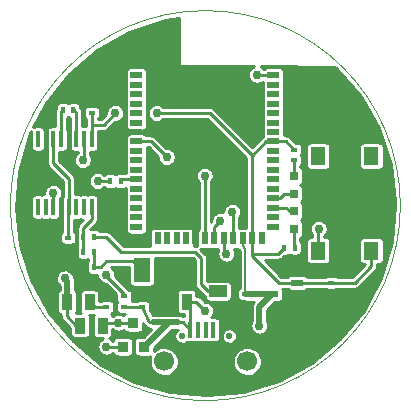
<source format=gtl>
G04 (created by PCBNEW (2013-07-07 BZR 4022)-stable) date 4/12/2015 11:00:48 PM*
%MOIN*%
G04 Gerber Fmt 3.4, Leading zero omitted, Abs format*
%FSLAX34Y34*%
G01*
G70*
G90*
G04 APERTURE LIST*
%ADD10C,0.00590551*%
%ADD11C,0.00393701*%
%ADD12R,0.051X0.061*%
%ADD13R,0.036X0.036*%
%ADD14R,0.035X0.055*%
%ADD15R,0.0157X0.0236*%
%ADD16R,0.0236X0.0157*%
%ADD17R,0.0314X0.0314*%
%ADD18R,0.0393701X0.023622*%
%ADD19R,0.023622X0.0393701*%
%ADD20R,0.015748X0.0531496*%
%ADD21C,0.0669291*%
%ADD22C,0.0216535*%
%ADD23R,0.0590551X0.0393701*%
%ADD24R,0.053937X0.0846457*%
%ADD25R,0.0394X0.0236*%
%ADD26R,0.0137795X0.0551181*%
%ADD27C,0.03*%
%ADD28C,0.01*%
%ADD29C,0.02*%
%ADD30C,0.008*%
G04 APERTURE END LIST*
G54D10*
G54D11*
X84500Y-52000D02*
G75*
G03X84500Y-52000I-6500J0D01*
G74*
G01*
G54D12*
X81765Y-53499D03*
X81765Y-50351D03*
X83535Y-50351D03*
X83535Y-53499D03*
G54D13*
X75950Y-56700D03*
X75250Y-56700D03*
X75600Y-55900D03*
G54D14*
X77375Y-55200D03*
X76625Y-55200D03*
X74575Y-56000D03*
X73825Y-56000D03*
X73395Y-55215D03*
X74145Y-55215D03*
G54D15*
X74291Y-53543D03*
X73937Y-53543D03*
G54D16*
X75300Y-55023D03*
X75300Y-55377D03*
G54D15*
X80977Y-53400D03*
X80623Y-53400D03*
G54D16*
X80950Y-50487D03*
X80950Y-50133D03*
X75900Y-55377D03*
X75900Y-55023D03*
X74700Y-55377D03*
X74700Y-55023D03*
G54D15*
X73937Y-53051D03*
X74291Y-53051D03*
G54D16*
X82200Y-54573D03*
X82200Y-54927D03*
G54D17*
X80950Y-51015D03*
X80950Y-51605D03*
X80960Y-52775D03*
X80960Y-52185D03*
G54D18*
X75702Y-46398D03*
X75702Y-46712D03*
X75702Y-47027D03*
X75702Y-47342D03*
X75702Y-47657D03*
X75702Y-47972D03*
X75702Y-48287D03*
X75702Y-48602D03*
X75702Y-48917D03*
X75702Y-49232D03*
X75702Y-49547D03*
X75702Y-49862D03*
X75702Y-50177D03*
X75702Y-50492D03*
X75702Y-50807D03*
X75702Y-51122D03*
X75702Y-51437D03*
X75702Y-51752D03*
X75702Y-52067D03*
X75702Y-52382D03*
X75702Y-52697D03*
G54D19*
X76095Y-53090D03*
X76410Y-53090D03*
X76725Y-53090D03*
X77040Y-53090D03*
X77355Y-53090D03*
X77670Y-53090D03*
X77985Y-53090D03*
X78300Y-53090D03*
X78615Y-53090D03*
X78930Y-53090D03*
X79245Y-53090D03*
X79560Y-53090D03*
X79875Y-53090D03*
G54D18*
X80268Y-52697D03*
X80268Y-52382D03*
X80268Y-52067D03*
X80268Y-51752D03*
X80268Y-51437D03*
X80268Y-51122D03*
X80268Y-50807D03*
X80268Y-50492D03*
X80268Y-50177D03*
X80268Y-49862D03*
X80268Y-49547D03*
X80268Y-49232D03*
X80268Y-48917D03*
X80268Y-48602D03*
X80268Y-48287D03*
X80268Y-47972D03*
X80268Y-47657D03*
G54D20*
X77500Y-56142D03*
X77756Y-56142D03*
X78012Y-56142D03*
X78267Y-56142D03*
X78523Y-56142D03*
G54D21*
X76624Y-57195D03*
X79399Y-57195D03*
G54D22*
X77224Y-56348D03*
X78799Y-56348D03*
G54D23*
X78430Y-54850D03*
X78430Y-54100D03*
G54D15*
X74291Y-54035D03*
X73937Y-54035D03*
G54D16*
X79330Y-54941D03*
X79330Y-55295D03*
G54D24*
X75885Y-54133D03*
X77263Y-54133D03*
G54D25*
X81066Y-55325D03*
X80234Y-54950D03*
X81066Y-54575D03*
G54D15*
X73602Y-48818D03*
X73248Y-48818D03*
G54D16*
X74212Y-48543D03*
X74212Y-48897D03*
X73425Y-53425D03*
X73425Y-53071D03*
G54D15*
X74823Y-51181D03*
X75177Y-51181D03*
G54D26*
X74212Y-49783D03*
X73960Y-49780D03*
X73700Y-49783D03*
X73444Y-49783D03*
X73188Y-49783D03*
X72933Y-49783D03*
X72677Y-49783D03*
X72421Y-49783D03*
X72421Y-52047D03*
X72677Y-52047D03*
X72933Y-52047D03*
X73188Y-52047D03*
X73444Y-52047D03*
X73700Y-52047D03*
X73956Y-52047D03*
X74212Y-52047D03*
G54D27*
X75000Y-48917D03*
X76377Y-48917D03*
X78700Y-53600D03*
X78000Y-55500D03*
X76710Y-50380D03*
X74690Y-54300D03*
X74700Y-56700D03*
X78500Y-52500D03*
X82825Y-54925D03*
X83125Y-52300D03*
X82450Y-51550D03*
X83125Y-51575D03*
X81225Y-56150D03*
X76890Y-48540D03*
X76905Y-47925D03*
X77445Y-48570D03*
X72933Y-51574D03*
X74409Y-51181D03*
X73917Y-50492D03*
X79724Y-47637D03*
X79800Y-56000D03*
X73326Y-54429D03*
X75100Y-55900D03*
X78900Y-52200D03*
X77975Y-51000D03*
X81775Y-52775D03*
G54D28*
X79560Y-50339D02*
X79560Y-50327D01*
X74606Y-49311D02*
X74212Y-49311D01*
X75000Y-48917D02*
X74606Y-49311D01*
X78149Y-48917D02*
X76377Y-48917D01*
X79560Y-50327D02*
X78149Y-48917D01*
X74212Y-48897D02*
X74212Y-49311D01*
X74212Y-49311D02*
X74212Y-49783D01*
X79560Y-53610D02*
X80413Y-53610D01*
X80413Y-53610D02*
X80623Y-53400D01*
X81066Y-54575D02*
X80455Y-54575D01*
X79560Y-53680D02*
X79560Y-53610D01*
X79560Y-53610D02*
X79560Y-53090D01*
X80455Y-54575D02*
X79560Y-53680D01*
X81066Y-54575D02*
X82198Y-54575D01*
X82198Y-54575D02*
X82200Y-54573D01*
X82200Y-54573D02*
X82977Y-54573D01*
X83535Y-54015D02*
X83535Y-53499D01*
X82977Y-54573D02*
X83535Y-54015D01*
X79560Y-53090D02*
X79560Y-50339D01*
X79560Y-50339D02*
X80037Y-49862D01*
X80037Y-49862D02*
X80268Y-49862D01*
X80950Y-50133D02*
X80950Y-50130D01*
X80682Y-49862D02*
X80268Y-49862D01*
X80950Y-50130D02*
X80682Y-49862D01*
X77375Y-55200D02*
X77700Y-55200D01*
X78615Y-53515D02*
X78615Y-53090D01*
X78700Y-53600D02*
X78615Y-53515D01*
X77700Y-55200D02*
X78000Y-55500D01*
G54D29*
X76064Y-56615D02*
X76798Y-55881D01*
X76798Y-55881D02*
X76900Y-55881D01*
X76060Y-56615D02*
X76064Y-56615D01*
X76900Y-55881D02*
X76241Y-55881D01*
G54D28*
X77099Y-55881D02*
X77239Y-55881D01*
G54D29*
X76900Y-55881D02*
X77099Y-55881D01*
G54D28*
X77239Y-55881D02*
X77500Y-56142D01*
X76241Y-55881D02*
X76134Y-55881D01*
X76134Y-55881D02*
X75900Y-55377D01*
X75950Y-56700D02*
X75835Y-56640D01*
X75835Y-56640D02*
X76060Y-56615D01*
X75900Y-55377D02*
X75307Y-55370D01*
X75307Y-55370D02*
X75300Y-55377D01*
X77500Y-56142D02*
X77500Y-55450D01*
X77500Y-55450D02*
X77375Y-55200D01*
X76710Y-50380D02*
X76192Y-49862D01*
X74690Y-54330D02*
X74690Y-54300D01*
X75300Y-55023D02*
X75292Y-54932D01*
X76192Y-49862D02*
X75702Y-49862D01*
X75292Y-54932D02*
X74690Y-54330D01*
X75250Y-56700D02*
X74700Y-56700D01*
X78500Y-52500D02*
X78300Y-52699D01*
X78300Y-52699D02*
X78300Y-53090D01*
X83125Y-52300D02*
X83125Y-51575D01*
X82823Y-54927D02*
X82825Y-54925D01*
X82200Y-54927D02*
X82823Y-54927D01*
X75702Y-47342D02*
X76322Y-47342D01*
X76890Y-48540D02*
X77415Y-48540D01*
X76905Y-48525D02*
X76890Y-48540D01*
X76322Y-47342D02*
X76905Y-47925D01*
X76905Y-47925D02*
X76905Y-48525D01*
X77415Y-48540D02*
X77445Y-48570D01*
X80950Y-50487D02*
X80950Y-51015D01*
X80960Y-52775D02*
X80960Y-53383D01*
X80960Y-53383D02*
X80977Y-53400D01*
X80950Y-51605D02*
X80635Y-51605D01*
X80487Y-51752D02*
X80268Y-51752D01*
X80635Y-51605D02*
X80487Y-51752D01*
X73248Y-48818D02*
X73228Y-48818D01*
X73188Y-48858D02*
X73188Y-49783D01*
X73228Y-48818D02*
X73188Y-48858D01*
X73602Y-48818D02*
X73622Y-48818D01*
X73700Y-48897D02*
X73700Y-49783D01*
X73622Y-48818D02*
X73700Y-48897D01*
X74291Y-53051D02*
X74704Y-53051D01*
X78078Y-54850D02*
X78430Y-54850D01*
X77854Y-54625D02*
X78078Y-54850D01*
X77854Y-53740D02*
X77854Y-54625D01*
X77657Y-53543D02*
X77854Y-53740D01*
X75196Y-53543D02*
X77657Y-53543D01*
X74704Y-53051D02*
X75196Y-53543D01*
X73937Y-53051D02*
X73937Y-53543D01*
X73937Y-53051D02*
X73937Y-52736D01*
X74212Y-52460D02*
X74212Y-52047D01*
X73937Y-52736D02*
X74212Y-52460D01*
X80960Y-52185D02*
X80815Y-52185D01*
X80697Y-52067D02*
X80268Y-52067D01*
X80815Y-52185D02*
X80697Y-52067D01*
X74291Y-54035D02*
X74507Y-54035D01*
X75590Y-53838D02*
X75885Y-54133D01*
X74704Y-53838D02*
X75590Y-53838D01*
X74507Y-54035D02*
X74704Y-53838D01*
X74291Y-53543D02*
X74291Y-54035D01*
X74823Y-51181D02*
X74409Y-51181D01*
X72933Y-51574D02*
X72933Y-52047D01*
X73425Y-53071D02*
X73425Y-52066D01*
X73425Y-52066D02*
X73444Y-52047D01*
X73444Y-52047D02*
X73444Y-51102D01*
X72933Y-50590D02*
X72933Y-49783D01*
X73444Y-51102D02*
X72933Y-50590D01*
X74700Y-55377D02*
X74307Y-55377D01*
X74307Y-55377D02*
X74145Y-55215D01*
X80268Y-47657D02*
X79744Y-47657D01*
X73960Y-50449D02*
X73960Y-49780D01*
X73917Y-50492D02*
X73960Y-50449D01*
X79744Y-47657D02*
X79724Y-47637D01*
X75702Y-51122D02*
X75235Y-51122D01*
X75235Y-51122D02*
X75177Y-51181D01*
G54D30*
X79330Y-54941D02*
X79330Y-53444D01*
X79245Y-53359D02*
X79245Y-53090D01*
X79330Y-53444D02*
X79245Y-53359D01*
G54D29*
X80234Y-54950D02*
X79339Y-54950D01*
X79339Y-54950D02*
X79330Y-54941D01*
X80232Y-54952D02*
X79800Y-55384D01*
X79800Y-55384D02*
X79800Y-56000D01*
X73395Y-54497D02*
X73395Y-55215D01*
X73326Y-54429D02*
X73395Y-54497D01*
G54D28*
X73825Y-56000D02*
X73700Y-56000D01*
X73700Y-56000D02*
X73395Y-55695D01*
X73395Y-55695D02*
X73395Y-55215D01*
X75100Y-55900D02*
X74675Y-55900D01*
X74675Y-55900D02*
X74575Y-56000D01*
X78930Y-53090D02*
X78930Y-52230D01*
X78900Y-52200D02*
X78930Y-52230D01*
X75600Y-55900D02*
X75100Y-55900D01*
X81765Y-53499D02*
X81765Y-52785D01*
X77985Y-51010D02*
X77985Y-53090D01*
X77975Y-51000D02*
X77985Y-51010D01*
X81765Y-52785D02*
X81775Y-52775D01*
G54D10*
G36*
X84330Y-51992D02*
X84208Y-53229D01*
X83851Y-54411D01*
X83271Y-55502D01*
X82491Y-56459D01*
X81539Y-57247D01*
X80452Y-57834D01*
X79884Y-58010D01*
X79884Y-57147D01*
X79866Y-57054D01*
X79829Y-56966D01*
X79777Y-56887D01*
X79710Y-56820D01*
X79631Y-56766D01*
X79543Y-56730D01*
X79450Y-56711D01*
X79355Y-56710D01*
X79262Y-56728D01*
X79174Y-56763D01*
X79094Y-56815D01*
X79057Y-56852D01*
X79057Y-56323D01*
X79047Y-56273D01*
X79028Y-56227D01*
X79000Y-56184D01*
X78964Y-56148D01*
X78922Y-56120D01*
X78875Y-56100D01*
X78826Y-56090D01*
X78775Y-56090D01*
X78725Y-56099D01*
X78678Y-56118D01*
X78636Y-56146D01*
X78600Y-56182D01*
X78571Y-56223D01*
X78551Y-56270D01*
X78541Y-56319D01*
X78540Y-56370D01*
X78549Y-56420D01*
X78568Y-56467D01*
X78595Y-56510D01*
X78630Y-56546D01*
X78672Y-56575D01*
X78718Y-56595D01*
X78768Y-56606D01*
X78818Y-56607D01*
X78868Y-56598D01*
X78916Y-56580D01*
X78958Y-56553D01*
X78995Y-56518D01*
X79024Y-56477D01*
X79045Y-56430D01*
X79056Y-56381D01*
X79057Y-56323D01*
X79057Y-56852D01*
X79026Y-56882D01*
X78973Y-56960D01*
X78935Y-57048D01*
X78915Y-57141D01*
X78914Y-57236D01*
X78931Y-57329D01*
X78966Y-57417D01*
X79018Y-57497D01*
X79084Y-57566D01*
X79162Y-57620D01*
X79249Y-57658D01*
X79342Y-57678D01*
X79437Y-57680D01*
X79530Y-57664D01*
X79619Y-57630D01*
X79699Y-57579D01*
X79768Y-57513D01*
X79823Y-57435D01*
X79861Y-57349D01*
X79882Y-57256D01*
X79884Y-57147D01*
X79884Y-58010D01*
X79272Y-58200D01*
X78044Y-58329D01*
X76813Y-58217D01*
X75628Y-57868D01*
X74534Y-57296D01*
X73571Y-56522D01*
X72777Y-55575D01*
X72182Y-54493D01*
X71808Y-53315D01*
X71671Y-52088D01*
X71774Y-50857D01*
X72114Y-49669D01*
X72202Y-49499D01*
X72202Y-49521D01*
X72202Y-50073D01*
X72208Y-50102D01*
X72219Y-50129D01*
X72235Y-50154D01*
X72256Y-50175D01*
X72280Y-50191D01*
X72307Y-50203D01*
X72336Y-50208D01*
X72366Y-50209D01*
X72504Y-50209D01*
X72533Y-50203D01*
X72560Y-50192D01*
X72585Y-50175D01*
X72606Y-50155D01*
X72622Y-50130D01*
X72634Y-50103D01*
X72640Y-50074D01*
X72640Y-50045D01*
X72640Y-49493D01*
X72634Y-49464D01*
X72623Y-49437D01*
X72606Y-49412D01*
X72586Y-49391D01*
X72561Y-49375D01*
X72534Y-49363D01*
X72505Y-49357D01*
X72476Y-49357D01*
X72337Y-49357D01*
X72308Y-49363D01*
X72281Y-49374D01*
X72258Y-49389D01*
X72679Y-48571D01*
X73446Y-47603D01*
X74387Y-46802D01*
X75465Y-46199D01*
X76640Y-45818D01*
X77115Y-45761D01*
X77115Y-47354D01*
X79610Y-47360D01*
X79584Y-47370D01*
X79535Y-47402D01*
X79493Y-47444D01*
X79460Y-47492D01*
X79437Y-47546D01*
X79424Y-47604D01*
X79424Y-47663D01*
X79434Y-47720D01*
X79456Y-47775D01*
X79488Y-47825D01*
X79529Y-47867D01*
X79577Y-47900D01*
X79631Y-47924D01*
X79688Y-47937D01*
X79747Y-47938D01*
X79805Y-47928D01*
X79860Y-47906D01*
X79910Y-47875D01*
X79922Y-47863D01*
X79921Y-47868D01*
X79922Y-48105D01*
X79926Y-48130D01*
X79922Y-48153D01*
X79921Y-48183D01*
X79922Y-48420D01*
X79926Y-48445D01*
X79922Y-48468D01*
X79921Y-48498D01*
X79922Y-48735D01*
X79926Y-48760D01*
X79922Y-48783D01*
X79921Y-48813D01*
X79922Y-49050D01*
X79926Y-49075D01*
X79922Y-49098D01*
X79921Y-49128D01*
X79922Y-49365D01*
X79926Y-49390D01*
X79922Y-49413D01*
X79921Y-49443D01*
X79922Y-49680D01*
X79925Y-49697D01*
X79912Y-49707D01*
X79898Y-49719D01*
X79896Y-49720D01*
X79896Y-49720D01*
X79896Y-49720D01*
X79896Y-49721D01*
X79566Y-50051D01*
X78291Y-48775D01*
X78276Y-48764D01*
X78262Y-48752D01*
X78261Y-48751D01*
X78260Y-48751D01*
X78244Y-48742D01*
X78228Y-48733D01*
X78227Y-48733D01*
X78226Y-48732D01*
X78208Y-48727D01*
X78191Y-48721D01*
X78190Y-48721D01*
X78189Y-48721D01*
X78170Y-48719D01*
X78152Y-48717D01*
X78150Y-48717D01*
X78150Y-48717D01*
X78150Y-48717D01*
X78149Y-48717D01*
X76602Y-48717D01*
X76570Y-48685D01*
X76521Y-48652D01*
X76467Y-48629D01*
X76409Y-48617D01*
X76350Y-48617D01*
X76292Y-48628D01*
X76238Y-48650D01*
X76189Y-48682D01*
X76147Y-48723D01*
X76113Y-48772D01*
X76090Y-48826D01*
X76078Y-48883D01*
X76077Y-48942D01*
X76088Y-49000D01*
X76109Y-49055D01*
X76141Y-49104D01*
X76182Y-49146D01*
X76230Y-49180D01*
X76284Y-49204D01*
X76342Y-49216D01*
X76401Y-49217D01*
X76459Y-49207D01*
X76513Y-49186D01*
X76563Y-49154D01*
X76602Y-49117D01*
X78066Y-49117D01*
X79360Y-50410D01*
X79360Y-52744D01*
X79349Y-52743D01*
X79130Y-52744D01*
X79130Y-52393D01*
X79162Y-52348D01*
X79186Y-52295D01*
X79199Y-52237D01*
X79200Y-52170D01*
X79188Y-52112D01*
X79166Y-52058D01*
X79133Y-52009D01*
X79092Y-51967D01*
X79043Y-51934D01*
X78989Y-51912D01*
X78931Y-51900D01*
X78872Y-51899D01*
X78814Y-51910D01*
X78760Y-51932D01*
X78711Y-51965D01*
X78669Y-52006D01*
X78635Y-52054D01*
X78612Y-52108D01*
X78600Y-52166D01*
X78599Y-52216D01*
X78589Y-52212D01*
X78531Y-52200D01*
X78472Y-52199D01*
X78414Y-52210D01*
X78360Y-52232D01*
X78311Y-52265D01*
X78269Y-52306D01*
X78235Y-52354D01*
X78212Y-52408D01*
X78200Y-52466D01*
X78199Y-52517D01*
X78185Y-52531D01*
X78185Y-51213D01*
X78203Y-51196D01*
X78237Y-51148D01*
X78261Y-51095D01*
X78274Y-51037D01*
X78275Y-50970D01*
X78263Y-50912D01*
X78241Y-50858D01*
X78208Y-50809D01*
X78167Y-50767D01*
X78118Y-50734D01*
X78064Y-50712D01*
X78006Y-50700D01*
X77947Y-50699D01*
X77889Y-50710D01*
X77835Y-50732D01*
X77786Y-50765D01*
X77744Y-50806D01*
X77710Y-50854D01*
X77687Y-50908D01*
X77675Y-50966D01*
X77674Y-51025D01*
X77685Y-51083D01*
X77706Y-51137D01*
X77738Y-51187D01*
X77779Y-51229D01*
X77785Y-51233D01*
X77785Y-52768D01*
X77772Y-52777D01*
X77751Y-52797D01*
X77734Y-52822D01*
X77723Y-52849D01*
X77717Y-52878D01*
X77717Y-52907D01*
X77717Y-53302D01*
X77723Y-53331D01*
X77734Y-53358D01*
X77734Y-53358D01*
X77734Y-53358D01*
X77716Y-53353D01*
X77699Y-53347D01*
X77698Y-53347D01*
X77697Y-53347D01*
X77678Y-53345D01*
X77660Y-53343D01*
X77658Y-53343D01*
X77658Y-53343D01*
X77658Y-53343D01*
X77657Y-53343D01*
X77613Y-53343D01*
X77617Y-53332D01*
X77623Y-53303D01*
X77623Y-53274D01*
X77623Y-52879D01*
X77617Y-52850D01*
X77606Y-52823D01*
X77590Y-52798D01*
X77569Y-52777D01*
X77545Y-52761D01*
X77518Y-52750D01*
X77489Y-52744D01*
X77459Y-52743D01*
X77222Y-52744D01*
X77197Y-52748D01*
X77174Y-52744D01*
X77145Y-52743D01*
X77010Y-52744D01*
X77010Y-50350D01*
X76998Y-50292D01*
X76976Y-50238D01*
X76943Y-50189D01*
X76902Y-50147D01*
X76853Y-50114D01*
X76799Y-50092D01*
X76741Y-50080D01*
X76692Y-50079D01*
X76333Y-49721D01*
X76319Y-49709D01*
X76305Y-49697D01*
X76304Y-49697D01*
X76303Y-49696D01*
X76287Y-49687D01*
X76271Y-49678D01*
X76270Y-49678D01*
X76269Y-49677D01*
X76251Y-49672D01*
X76234Y-49666D01*
X76233Y-49666D01*
X76232Y-49666D01*
X76213Y-49664D01*
X76195Y-49662D01*
X76193Y-49662D01*
X76193Y-49662D01*
X76193Y-49662D01*
X76192Y-49662D01*
X76048Y-49662D01*
X76048Y-49337D01*
X76048Y-49099D01*
X76043Y-49074D01*
X76048Y-49051D01*
X76048Y-49022D01*
X76048Y-48784D01*
X76043Y-48760D01*
X76048Y-48736D01*
X76048Y-48707D01*
X76048Y-48469D01*
X76043Y-48445D01*
X76048Y-48421D01*
X76048Y-48392D01*
X76048Y-48154D01*
X76043Y-48130D01*
X76048Y-48106D01*
X76048Y-48077D01*
X76048Y-47839D01*
X76043Y-47815D01*
X76048Y-47791D01*
X76048Y-47762D01*
X76048Y-47525D01*
X76043Y-47496D01*
X76031Y-47468D01*
X76015Y-47444D01*
X75994Y-47423D01*
X75970Y-47407D01*
X75943Y-47395D01*
X75914Y-47389D01*
X75885Y-47389D01*
X75490Y-47389D01*
X75461Y-47395D01*
X75434Y-47406D01*
X75409Y-47422D01*
X75389Y-47443D01*
X75372Y-47468D01*
X75361Y-47495D01*
X75355Y-47523D01*
X75355Y-47553D01*
X75355Y-47790D01*
X75360Y-47815D01*
X75355Y-47838D01*
X75355Y-47868D01*
X75355Y-48105D01*
X75360Y-48130D01*
X75355Y-48153D01*
X75355Y-48183D01*
X75355Y-48420D01*
X75360Y-48445D01*
X75355Y-48468D01*
X75355Y-48498D01*
X75355Y-48735D01*
X75360Y-48760D01*
X75355Y-48783D01*
X75355Y-48813D01*
X75355Y-49050D01*
X75360Y-49075D01*
X75355Y-49098D01*
X75355Y-49128D01*
X75355Y-49365D01*
X75360Y-49394D01*
X75372Y-49421D01*
X75388Y-49446D01*
X75409Y-49466D01*
X75433Y-49483D01*
X75460Y-49494D01*
X75489Y-49500D01*
X75518Y-49500D01*
X75913Y-49500D01*
X75942Y-49495D01*
X75969Y-49483D01*
X75994Y-49467D01*
X76014Y-49446D01*
X76031Y-49422D01*
X76042Y-49395D01*
X76048Y-49366D01*
X76048Y-49337D01*
X76048Y-49662D01*
X76024Y-49662D01*
X76015Y-49649D01*
X75994Y-49628D01*
X75970Y-49611D01*
X75943Y-49600D01*
X75914Y-49594D01*
X75885Y-49594D01*
X75490Y-49594D01*
X75461Y-49600D01*
X75434Y-49611D01*
X75409Y-49627D01*
X75389Y-49648D01*
X75372Y-49672D01*
X75361Y-49699D01*
X75355Y-49728D01*
X75355Y-49758D01*
X75355Y-49995D01*
X75360Y-50020D01*
X75355Y-50043D01*
X75355Y-50073D01*
X75355Y-50310D01*
X75360Y-50335D01*
X75355Y-50358D01*
X75355Y-50388D01*
X75355Y-50625D01*
X75360Y-50650D01*
X75355Y-50673D01*
X75355Y-50702D01*
X75355Y-50922D01*
X75307Y-50922D01*
X75300Y-50919D01*
X75271Y-50913D01*
X75241Y-50912D01*
X75083Y-50913D01*
X75054Y-50918D01*
X75027Y-50930D01*
X75003Y-50946D01*
X75000Y-50949D01*
X74997Y-50946D01*
X74973Y-50930D01*
X74946Y-50919D01*
X74917Y-50913D01*
X74887Y-50912D01*
X74729Y-50913D01*
X74700Y-50918D01*
X74673Y-50930D01*
X74649Y-50946D01*
X74628Y-50967D01*
X74624Y-50972D01*
X74601Y-50948D01*
X74552Y-50915D01*
X74498Y-50893D01*
X74440Y-50881D01*
X74382Y-50880D01*
X74324Y-50891D01*
X74269Y-50913D01*
X74220Y-50946D01*
X74178Y-50987D01*
X74145Y-51035D01*
X74122Y-51089D01*
X74109Y-51147D01*
X74109Y-51206D01*
X74119Y-51264D01*
X74141Y-51318D01*
X74173Y-51368D01*
X74214Y-51410D01*
X74262Y-51444D01*
X74316Y-51467D01*
X74373Y-51480D01*
X74432Y-51481D01*
X74490Y-51471D01*
X74545Y-51450D01*
X74595Y-51418D01*
X74624Y-51390D01*
X74627Y-51394D01*
X74648Y-51415D01*
X74672Y-51431D01*
X74699Y-51443D01*
X74728Y-51449D01*
X74758Y-51449D01*
X74916Y-51449D01*
X74945Y-51443D01*
X74972Y-51432D01*
X74996Y-51415D01*
X74999Y-51412D01*
X75002Y-51415D01*
X75026Y-51431D01*
X75053Y-51443D01*
X75082Y-51449D01*
X75112Y-51449D01*
X75270Y-51449D01*
X75299Y-51443D01*
X75326Y-51432D01*
X75350Y-51415D01*
X75355Y-51411D01*
X75355Y-51570D01*
X75360Y-51595D01*
X75355Y-51618D01*
X75355Y-51647D01*
X75355Y-51885D01*
X75360Y-51909D01*
X75355Y-51933D01*
X75355Y-51962D01*
X75355Y-52200D01*
X75360Y-52224D01*
X75355Y-52248D01*
X75355Y-52277D01*
X75355Y-52515D01*
X75360Y-52539D01*
X75355Y-52563D01*
X75355Y-52592D01*
X75355Y-52830D01*
X75360Y-52858D01*
X75372Y-52886D01*
X75388Y-52910D01*
X75409Y-52931D01*
X75433Y-52947D01*
X75460Y-52959D01*
X75489Y-52965D01*
X75518Y-52965D01*
X75913Y-52965D01*
X75942Y-52959D01*
X75969Y-52948D01*
X75994Y-52932D01*
X76014Y-52911D01*
X76031Y-52887D01*
X76042Y-52859D01*
X76048Y-52831D01*
X76048Y-52801D01*
X76048Y-52564D01*
X76043Y-52539D01*
X76048Y-52516D01*
X76048Y-52486D01*
X76048Y-52249D01*
X76043Y-52224D01*
X76048Y-52201D01*
X76048Y-52171D01*
X76048Y-51934D01*
X76043Y-51909D01*
X76048Y-51886D01*
X76048Y-51856D01*
X76048Y-51619D01*
X76043Y-51594D01*
X76048Y-51571D01*
X76048Y-51541D01*
X76048Y-51304D01*
X76043Y-51279D01*
X76048Y-51256D01*
X76048Y-51226D01*
X76048Y-50989D01*
X76043Y-50964D01*
X76048Y-50941D01*
X76048Y-50911D01*
X76048Y-50674D01*
X76043Y-50649D01*
X76048Y-50626D01*
X76048Y-50596D01*
X76048Y-50359D01*
X76043Y-50334D01*
X76048Y-50311D01*
X76048Y-50281D01*
X76048Y-50062D01*
X76109Y-50062D01*
X76410Y-50363D01*
X76409Y-50405D01*
X76420Y-50463D01*
X76441Y-50517D01*
X76473Y-50567D01*
X76514Y-50609D01*
X76562Y-50643D01*
X76616Y-50666D01*
X76674Y-50679D01*
X76733Y-50680D01*
X76791Y-50670D01*
X76845Y-50649D01*
X76895Y-50617D01*
X76938Y-50576D01*
X76972Y-50528D01*
X76996Y-50475D01*
X77009Y-50417D01*
X77010Y-50350D01*
X77010Y-52744D01*
X76907Y-52744D01*
X76882Y-52748D01*
X76859Y-52744D01*
X76830Y-52743D01*
X76592Y-52744D01*
X76567Y-52748D01*
X76544Y-52744D01*
X76515Y-52743D01*
X76277Y-52744D01*
X76248Y-52749D01*
X76221Y-52760D01*
X76197Y-52777D01*
X76176Y-52797D01*
X76159Y-52822D01*
X76148Y-52849D01*
X76142Y-52878D01*
X76142Y-52907D01*
X76142Y-53302D01*
X76148Y-53331D01*
X76153Y-53343D01*
X75279Y-53343D01*
X74846Y-52909D01*
X74831Y-52898D01*
X74817Y-52886D01*
X74816Y-52885D01*
X74815Y-52884D01*
X74799Y-52876D01*
X74783Y-52867D01*
X74782Y-52867D01*
X74781Y-52866D01*
X74763Y-52861D01*
X74746Y-52855D01*
X74745Y-52855D01*
X74744Y-52855D01*
X74725Y-52853D01*
X74707Y-52851D01*
X74705Y-52851D01*
X74705Y-52851D01*
X74705Y-52851D01*
X74704Y-52851D01*
X74495Y-52851D01*
X74486Y-52837D01*
X74465Y-52817D01*
X74441Y-52800D01*
X74414Y-52789D01*
X74385Y-52783D01*
X74356Y-52783D01*
X74197Y-52783D01*
X74169Y-52788D01*
X74165Y-52790D01*
X74354Y-52602D01*
X74365Y-52587D01*
X74377Y-52573D01*
X74378Y-52572D01*
X74378Y-52571D01*
X74387Y-52555D01*
X74396Y-52539D01*
X74396Y-52538D01*
X74397Y-52537D01*
X74402Y-52519D01*
X74408Y-52502D01*
X74408Y-52501D01*
X74408Y-52500D01*
X74410Y-52481D01*
X74412Y-52463D01*
X74412Y-52461D01*
X74412Y-52461D01*
X74412Y-52461D01*
X74412Y-52460D01*
X74412Y-52396D01*
X74414Y-52394D01*
X74425Y-52367D01*
X74431Y-52338D01*
X74431Y-52309D01*
X74431Y-51756D01*
X74425Y-51728D01*
X74414Y-51700D01*
X74398Y-51676D01*
X74377Y-51655D01*
X74353Y-51639D01*
X74326Y-51627D01*
X74297Y-51621D01*
X74267Y-51621D01*
X74128Y-51621D01*
X74100Y-51627D01*
X74084Y-51633D01*
X74070Y-51627D01*
X74041Y-51621D01*
X74011Y-51621D01*
X73873Y-51621D01*
X73844Y-51627D01*
X73828Y-51633D01*
X73814Y-51627D01*
X73785Y-51621D01*
X73756Y-51621D01*
X73644Y-51621D01*
X73644Y-51102D01*
X73643Y-51083D01*
X73641Y-51065D01*
X73641Y-51064D01*
X73641Y-51063D01*
X73635Y-51045D01*
X73630Y-51028D01*
X73630Y-51027D01*
X73629Y-51026D01*
X73621Y-51009D01*
X73612Y-50993D01*
X73611Y-50992D01*
X73611Y-50991D01*
X73599Y-50977D01*
X73588Y-50962D01*
X73586Y-50961D01*
X73586Y-50961D01*
X73586Y-50961D01*
X73586Y-50960D01*
X73133Y-50507D01*
X73133Y-50209D01*
X73133Y-50209D01*
X73272Y-50209D01*
X73301Y-50203D01*
X73328Y-50192D01*
X73353Y-50175D01*
X73374Y-50155D01*
X73390Y-50130D01*
X73401Y-50103D01*
X73407Y-50074D01*
X73407Y-50045D01*
X73407Y-49493D01*
X73402Y-49464D01*
X73390Y-49437D01*
X73388Y-49434D01*
X73388Y-49073D01*
X73397Y-49069D01*
X73421Y-49053D01*
X73425Y-49050D01*
X73427Y-49053D01*
X73452Y-49069D01*
X73479Y-49080D01*
X73500Y-49085D01*
X73500Y-49433D01*
X73499Y-49436D01*
X73487Y-49463D01*
X73481Y-49492D01*
X73481Y-49521D01*
X73481Y-50073D01*
X73487Y-50102D01*
X73498Y-50129D01*
X73515Y-50154D01*
X73535Y-50175D01*
X73560Y-50191D01*
X73587Y-50203D01*
X73616Y-50208D01*
X73645Y-50209D01*
X73760Y-50209D01*
X73760Y-50236D01*
X73728Y-50257D01*
X73686Y-50298D01*
X73653Y-50346D01*
X73629Y-50400D01*
X73617Y-50458D01*
X73616Y-50517D01*
X73627Y-50575D01*
X73649Y-50629D01*
X73681Y-50679D01*
X73721Y-50721D01*
X73770Y-50755D01*
X73824Y-50778D01*
X73881Y-50791D01*
X73940Y-50792D01*
X73998Y-50782D01*
X74053Y-50761D01*
X74102Y-50729D01*
X74145Y-50689D01*
X74179Y-50641D01*
X74203Y-50587D01*
X74216Y-50529D01*
X74217Y-50462D01*
X74205Y-50404D01*
X74183Y-50350D01*
X74160Y-50315D01*
X74160Y-50209D01*
X74296Y-50209D01*
X74325Y-50203D01*
X74352Y-50192D01*
X74376Y-50175D01*
X74397Y-50155D01*
X74414Y-50130D01*
X74425Y-50103D01*
X74431Y-50074D01*
X74431Y-50045D01*
X74431Y-49511D01*
X74606Y-49511D01*
X74624Y-49509D01*
X74643Y-49507D01*
X74644Y-49507D01*
X74645Y-49507D01*
X74662Y-49501D01*
X74680Y-49496D01*
X74681Y-49496D01*
X74682Y-49495D01*
X74698Y-49487D01*
X74715Y-49478D01*
X74716Y-49478D01*
X74716Y-49477D01*
X74731Y-49465D01*
X74745Y-49454D01*
X74747Y-49452D01*
X74747Y-49452D01*
X74747Y-49452D01*
X74747Y-49452D01*
X74983Y-49217D01*
X75023Y-49217D01*
X75081Y-49207D01*
X75135Y-49186D01*
X75185Y-49154D01*
X75228Y-49114D01*
X75262Y-49066D01*
X75286Y-49012D01*
X75299Y-48955D01*
X75300Y-48887D01*
X75288Y-48830D01*
X75266Y-48775D01*
X75233Y-48726D01*
X75192Y-48685D01*
X75143Y-48652D01*
X75089Y-48629D01*
X75031Y-48617D01*
X74972Y-48617D01*
X74914Y-48628D01*
X74860Y-48650D01*
X74811Y-48682D01*
X74769Y-48723D01*
X74735Y-48772D01*
X74712Y-48826D01*
X74700Y-48883D01*
X74699Y-48934D01*
X74523Y-49111D01*
X74412Y-49111D01*
X74412Y-49101D01*
X74425Y-49092D01*
X74446Y-49072D01*
X74463Y-49047D01*
X74474Y-49020D01*
X74480Y-48991D01*
X74480Y-48962D01*
X74480Y-48804D01*
X74474Y-48775D01*
X74463Y-48748D01*
X74447Y-48723D01*
X74426Y-48702D01*
X74402Y-48686D01*
X74375Y-48674D01*
X74346Y-48669D01*
X74316Y-48668D01*
X74079Y-48668D01*
X74051Y-48674D01*
X74023Y-48685D01*
X73999Y-48702D01*
X73978Y-48722D01*
X73962Y-48747D01*
X73950Y-48774D01*
X73944Y-48803D01*
X73944Y-48832D01*
X73944Y-48990D01*
X73950Y-49019D01*
X73961Y-49046D01*
X73977Y-49071D01*
X73998Y-49092D01*
X74012Y-49101D01*
X74012Y-49311D01*
X74012Y-49354D01*
X73900Y-49354D01*
X73900Y-48897D01*
X73898Y-48879D01*
X73897Y-48860D01*
X73897Y-48859D01*
X73896Y-48858D01*
X73891Y-48841D01*
X73886Y-48823D01*
X73886Y-48822D01*
X73885Y-48821D01*
X73877Y-48805D01*
X73868Y-48788D01*
X73867Y-48787D01*
X73867Y-48786D01*
X73855Y-48772D01*
X73844Y-48758D01*
X73842Y-48756D01*
X73842Y-48756D01*
X73842Y-48756D01*
X73842Y-48756D01*
X73830Y-48744D01*
X73830Y-48686D01*
X73824Y-48657D01*
X73813Y-48630D01*
X73797Y-48605D01*
X73776Y-48584D01*
X73752Y-48568D01*
X73725Y-48556D01*
X73696Y-48550D01*
X73667Y-48550D01*
X73508Y-48550D01*
X73480Y-48556D01*
X73452Y-48567D01*
X73428Y-48584D01*
X73425Y-48587D01*
X73422Y-48584D01*
X73398Y-48568D01*
X73371Y-48556D01*
X73342Y-48550D01*
X73313Y-48550D01*
X73154Y-48550D01*
X73126Y-48556D01*
X73098Y-48567D01*
X73074Y-48584D01*
X73053Y-48604D01*
X73037Y-48629D01*
X73025Y-48656D01*
X73019Y-48685D01*
X73019Y-48714D01*
X73019Y-48752D01*
X73014Y-48763D01*
X73005Y-48779D01*
X73004Y-48780D01*
X73004Y-48781D01*
X72998Y-48799D01*
X72993Y-48816D01*
X72993Y-48817D01*
X72992Y-48818D01*
X72991Y-48837D01*
X72988Y-48855D01*
X72988Y-48857D01*
X72988Y-48857D01*
X72988Y-48857D01*
X72988Y-48858D01*
X72988Y-49357D01*
X72988Y-49357D01*
X72849Y-49357D01*
X72820Y-49363D01*
X72793Y-49374D01*
X72768Y-49391D01*
X72748Y-49411D01*
X72731Y-49436D01*
X72720Y-49463D01*
X72714Y-49492D01*
X72714Y-49521D01*
X72714Y-50073D01*
X72719Y-50102D01*
X72731Y-50129D01*
X72733Y-50132D01*
X72733Y-50590D01*
X72734Y-50608D01*
X72736Y-50627D01*
X72736Y-50628D01*
X72736Y-50629D01*
X72742Y-50647D01*
X72747Y-50664D01*
X72747Y-50665D01*
X72748Y-50666D01*
X72756Y-50683D01*
X72765Y-50699D01*
X72765Y-50700D01*
X72766Y-50701D01*
X72778Y-50715D01*
X72789Y-50729D01*
X72791Y-50731D01*
X72791Y-50731D01*
X72791Y-50731D01*
X72791Y-50731D01*
X73244Y-51185D01*
X73244Y-51697D01*
X73243Y-51699D01*
X73233Y-51724D01*
X73233Y-51545D01*
X73221Y-51487D01*
X73199Y-51433D01*
X73166Y-51384D01*
X73125Y-51342D01*
X73076Y-51309D01*
X73022Y-51286D01*
X72964Y-51275D01*
X72905Y-51274D01*
X72847Y-51285D01*
X72793Y-51307D01*
X72744Y-51339D01*
X72702Y-51381D01*
X72668Y-51429D01*
X72645Y-51483D01*
X72633Y-51541D01*
X72632Y-51600D01*
X72636Y-51621D01*
X72593Y-51621D01*
X72564Y-51627D01*
X72549Y-51633D01*
X72534Y-51627D01*
X72505Y-51621D01*
X72476Y-51621D01*
X72337Y-51621D01*
X72308Y-51627D01*
X72281Y-51638D01*
X72257Y-51654D01*
X72236Y-51675D01*
X72219Y-51699D01*
X72208Y-51727D01*
X72202Y-51755D01*
X72202Y-51785D01*
X72202Y-52337D01*
X72208Y-52366D01*
X72219Y-52393D01*
X72235Y-52418D01*
X72256Y-52438D01*
X72280Y-52455D01*
X72307Y-52466D01*
X72336Y-52472D01*
X72366Y-52472D01*
X72504Y-52472D01*
X72533Y-52467D01*
X72549Y-52460D01*
X72563Y-52466D01*
X72592Y-52472D01*
X72621Y-52472D01*
X72760Y-52472D01*
X72789Y-52467D01*
X72805Y-52460D01*
X72819Y-52466D01*
X72848Y-52472D01*
X72877Y-52472D01*
X73016Y-52472D01*
X73045Y-52467D01*
X73072Y-52455D01*
X73097Y-52439D01*
X73118Y-52418D01*
X73134Y-52394D01*
X73145Y-52367D01*
X73151Y-52338D01*
X73152Y-52309D01*
X73151Y-51780D01*
X73161Y-51771D01*
X73195Y-51723D01*
X73219Y-51669D01*
X73232Y-51612D01*
X73233Y-51545D01*
X73233Y-51724D01*
X73231Y-51727D01*
X73226Y-51755D01*
X73225Y-51785D01*
X73225Y-52057D01*
X73225Y-52064D01*
X73225Y-52066D01*
X73225Y-52066D01*
X73225Y-52066D01*
X73225Y-52066D01*
X73225Y-52866D01*
X73211Y-52875D01*
X73191Y-52896D01*
X73174Y-52920D01*
X73163Y-52947D01*
X73157Y-52976D01*
X73157Y-53006D01*
X73157Y-53164D01*
X73162Y-53193D01*
X73174Y-53220D01*
X73190Y-53244D01*
X73211Y-53265D01*
X73235Y-53282D01*
X73262Y-53293D01*
X73291Y-53299D01*
X73320Y-53299D01*
X73557Y-53299D01*
X73586Y-53293D01*
X73613Y-53282D01*
X73638Y-53266D01*
X73659Y-53245D01*
X73675Y-53221D01*
X73687Y-53194D01*
X73693Y-53165D01*
X73693Y-53135D01*
X73693Y-52977D01*
X73687Y-52948D01*
X73676Y-52921D01*
X73660Y-52897D01*
X73639Y-52876D01*
X73625Y-52866D01*
X73625Y-52472D01*
X73645Y-52472D01*
X73784Y-52472D01*
X73813Y-52467D01*
X73828Y-52460D01*
X73843Y-52466D01*
X73872Y-52472D01*
X73901Y-52472D01*
X73917Y-52472D01*
X73795Y-52594D01*
X73784Y-52608D01*
X73772Y-52623D01*
X73771Y-52623D01*
X73770Y-52624D01*
X73762Y-52641D01*
X73753Y-52657D01*
X73753Y-52658D01*
X73752Y-52659D01*
X73747Y-52676D01*
X73741Y-52694D01*
X73741Y-52695D01*
X73741Y-52696D01*
X73739Y-52714D01*
X73737Y-52733D01*
X73737Y-52735D01*
X73737Y-52735D01*
X73737Y-52735D01*
X73737Y-52736D01*
X73737Y-52845D01*
X73726Y-52861D01*
X73714Y-52888D01*
X73708Y-52917D01*
X73708Y-52946D01*
X73708Y-53183D01*
X73714Y-53212D01*
X73725Y-53239D01*
X73737Y-53257D01*
X73737Y-53337D01*
X73726Y-53353D01*
X73714Y-53380D01*
X73708Y-53409D01*
X73708Y-53438D01*
X73708Y-53676D01*
X73714Y-53704D01*
X73725Y-53732D01*
X73741Y-53756D01*
X73762Y-53777D01*
X73786Y-53793D01*
X73814Y-53805D01*
X73842Y-53811D01*
X73872Y-53811D01*
X74030Y-53811D01*
X74059Y-53805D01*
X74086Y-53794D01*
X74091Y-53791D01*
X74091Y-53829D01*
X74080Y-53845D01*
X74068Y-53872D01*
X74062Y-53901D01*
X74062Y-53931D01*
X74062Y-54168D01*
X74068Y-54196D01*
X74079Y-54224D01*
X74095Y-54248D01*
X74116Y-54269D01*
X74140Y-54286D01*
X74168Y-54297D01*
X74196Y-54303D01*
X74226Y-54303D01*
X74384Y-54303D01*
X74389Y-54302D01*
X74389Y-54325D01*
X74400Y-54383D01*
X74421Y-54437D01*
X74453Y-54487D01*
X74494Y-54529D01*
X74542Y-54563D01*
X74596Y-54586D01*
X74654Y-54599D01*
X74676Y-54599D01*
X75031Y-54954D01*
X75031Y-54958D01*
X75031Y-55116D01*
X75037Y-55145D01*
X75048Y-55172D01*
X75065Y-55196D01*
X75068Y-55199D01*
X75065Y-55202D01*
X75049Y-55226D01*
X75038Y-55253D01*
X75032Y-55282D01*
X75031Y-55312D01*
X75031Y-55470D01*
X75037Y-55499D01*
X75048Y-55526D01*
X75065Y-55550D01*
X75085Y-55571D01*
X75110Y-55588D01*
X75137Y-55599D01*
X75166Y-55605D01*
X75195Y-55605D01*
X75322Y-55605D01*
X75303Y-55623D01*
X75287Y-55648D01*
X75282Y-55660D01*
X75243Y-55634D01*
X75189Y-55612D01*
X75131Y-55600D01*
X75072Y-55599D01*
X75014Y-55610D01*
X74960Y-55632D01*
X74911Y-55665D01*
X74894Y-55681D01*
X74894Y-55681D01*
X74883Y-55654D01*
X74866Y-55629D01*
X74846Y-55608D01*
X74839Y-55604D01*
X74861Y-55599D01*
X74888Y-55588D01*
X74913Y-55572D01*
X74934Y-55551D01*
X74950Y-55527D01*
X74961Y-55500D01*
X74967Y-55471D01*
X74968Y-55441D01*
X74968Y-55283D01*
X74962Y-55254D01*
X74951Y-55227D01*
X74934Y-55203D01*
X74914Y-55182D01*
X74889Y-55165D01*
X74862Y-55154D01*
X74833Y-55148D01*
X74804Y-55148D01*
X74567Y-55148D01*
X74538Y-55154D01*
X74511Y-55165D01*
X74493Y-55177D01*
X74470Y-55177D01*
X74470Y-54925D01*
X74464Y-54896D01*
X74453Y-54869D01*
X74436Y-54844D01*
X74416Y-54823D01*
X74391Y-54807D01*
X74364Y-54796D01*
X74335Y-54790D01*
X74306Y-54789D01*
X73955Y-54789D01*
X73926Y-54795D01*
X73899Y-54806D01*
X73874Y-54823D01*
X73853Y-54843D01*
X73837Y-54868D01*
X73826Y-54895D01*
X73820Y-54924D01*
X73819Y-54953D01*
X73819Y-55504D01*
X73825Y-55533D01*
X73836Y-55560D01*
X73846Y-55574D01*
X73693Y-55574D01*
X73702Y-55561D01*
X73713Y-55534D01*
X73719Y-55505D01*
X73720Y-55476D01*
X73720Y-54925D01*
X73714Y-54896D01*
X73703Y-54869D01*
X73686Y-54844D01*
X73666Y-54823D01*
X73645Y-54809D01*
X73645Y-54497D01*
X73642Y-54474D01*
X73640Y-54451D01*
X73640Y-54450D01*
X73640Y-54448D01*
X73633Y-54426D01*
X73627Y-54404D01*
X73626Y-54403D01*
X73626Y-54399D01*
X73615Y-54342D01*
X73592Y-54287D01*
X73560Y-54238D01*
X73518Y-54196D01*
X73470Y-54163D01*
X73415Y-54141D01*
X73358Y-54129D01*
X73299Y-54128D01*
X73241Y-54139D01*
X73187Y-54161D01*
X73137Y-54194D01*
X73095Y-54235D01*
X73062Y-54283D01*
X73039Y-54337D01*
X73027Y-54395D01*
X73026Y-54454D01*
X73036Y-54512D01*
X73058Y-54566D01*
X73090Y-54616D01*
X73131Y-54658D01*
X73145Y-54668D01*
X73145Y-54809D01*
X73124Y-54823D01*
X73103Y-54843D01*
X73087Y-54868D01*
X73076Y-54895D01*
X73070Y-54924D01*
X73069Y-54953D01*
X73069Y-55504D01*
X73075Y-55533D01*
X73086Y-55560D01*
X73103Y-55585D01*
X73123Y-55606D01*
X73148Y-55622D01*
X73175Y-55633D01*
X73195Y-55638D01*
X73195Y-55695D01*
X73196Y-55713D01*
X73198Y-55731D01*
X73198Y-55732D01*
X73198Y-55733D01*
X73204Y-55751D01*
X73209Y-55769D01*
X73209Y-55770D01*
X73210Y-55771D01*
X73218Y-55787D01*
X73227Y-55803D01*
X73227Y-55804D01*
X73228Y-55805D01*
X73240Y-55820D01*
X73251Y-55834D01*
X73253Y-55835D01*
X73253Y-55835D01*
X73253Y-55835D01*
X73253Y-55836D01*
X73499Y-56082D01*
X73499Y-56289D01*
X73505Y-56318D01*
X73516Y-56345D01*
X73533Y-56370D01*
X73553Y-56391D01*
X73578Y-56407D01*
X73605Y-56418D01*
X73634Y-56424D01*
X73663Y-56425D01*
X74014Y-56425D01*
X74043Y-56419D01*
X74070Y-56408D01*
X74095Y-56391D01*
X74116Y-56371D01*
X74132Y-56346D01*
X74143Y-56319D01*
X74149Y-56290D01*
X74150Y-56261D01*
X74150Y-55710D01*
X74144Y-55681D01*
X74133Y-55654D01*
X74123Y-55640D01*
X74276Y-55640D01*
X74267Y-55653D01*
X74256Y-55680D01*
X74250Y-55709D01*
X74249Y-55738D01*
X74249Y-56289D01*
X74255Y-56318D01*
X74266Y-56345D01*
X74283Y-56370D01*
X74303Y-56391D01*
X74328Y-56407D01*
X74355Y-56418D01*
X74384Y-56424D01*
X74413Y-56425D01*
X74579Y-56425D01*
X74560Y-56432D01*
X74511Y-56465D01*
X74469Y-56506D01*
X74435Y-56554D01*
X74412Y-56608D01*
X74400Y-56666D01*
X74399Y-56725D01*
X74410Y-56783D01*
X74431Y-56837D01*
X74463Y-56887D01*
X74504Y-56929D01*
X74552Y-56963D01*
X74606Y-56986D01*
X74664Y-56999D01*
X74723Y-57000D01*
X74781Y-56990D01*
X74835Y-56969D01*
X74885Y-56937D01*
X74921Y-56903D01*
X74925Y-56923D01*
X74936Y-56950D01*
X74953Y-56975D01*
X74973Y-56996D01*
X74998Y-57012D01*
X75025Y-57023D01*
X75054Y-57029D01*
X75083Y-57030D01*
X75444Y-57030D01*
X75473Y-57024D01*
X75500Y-57013D01*
X75525Y-56996D01*
X75546Y-56976D01*
X75562Y-56951D01*
X75573Y-56924D01*
X75579Y-56895D01*
X75580Y-56866D01*
X75580Y-56505D01*
X75574Y-56476D01*
X75563Y-56449D01*
X75546Y-56424D01*
X75526Y-56403D01*
X75501Y-56387D01*
X75474Y-56376D01*
X75445Y-56370D01*
X75416Y-56369D01*
X75055Y-56369D01*
X75026Y-56375D01*
X74999Y-56386D01*
X74974Y-56403D01*
X74953Y-56423D01*
X74937Y-56448D01*
X74926Y-56475D01*
X74921Y-56497D01*
X74892Y-56467D01*
X74843Y-56434D01*
X74800Y-56416D01*
X74820Y-56408D01*
X74845Y-56391D01*
X74866Y-56371D01*
X74882Y-56346D01*
X74893Y-56319D01*
X74899Y-56290D01*
X74900Y-56261D01*
X74900Y-56124D01*
X74904Y-56129D01*
X74952Y-56163D01*
X75006Y-56186D01*
X75064Y-56199D01*
X75123Y-56200D01*
X75181Y-56190D01*
X75235Y-56169D01*
X75282Y-56139D01*
X75286Y-56150D01*
X75303Y-56175D01*
X75323Y-56196D01*
X75348Y-56212D01*
X75375Y-56223D01*
X75404Y-56229D01*
X75433Y-56230D01*
X75794Y-56230D01*
X75823Y-56224D01*
X75850Y-56213D01*
X75875Y-56196D01*
X75896Y-56176D01*
X75912Y-56151D01*
X75923Y-56124D01*
X75929Y-56095D01*
X75930Y-56066D01*
X75930Y-55916D01*
X75952Y-55965D01*
X75960Y-55978D01*
X75966Y-55990D01*
X75969Y-55994D01*
X75972Y-55998D01*
X75982Y-56010D01*
X75991Y-56020D01*
X75994Y-56023D01*
X75998Y-56028D01*
X76010Y-56037D01*
X76021Y-56046D01*
X76025Y-56048D01*
X76029Y-56051D01*
X76043Y-56058D01*
X76055Y-56064D01*
X76059Y-56066D01*
X76064Y-56068D01*
X76079Y-56072D01*
X76083Y-56073D01*
X76099Y-56087D01*
X76142Y-56110D01*
X76189Y-56125D01*
X76198Y-56126D01*
X75955Y-56369D01*
X75755Y-56369D01*
X75726Y-56375D01*
X75699Y-56386D01*
X75674Y-56403D01*
X75653Y-56423D01*
X75637Y-56448D01*
X75626Y-56475D01*
X75620Y-56504D01*
X75619Y-56533D01*
X75619Y-56894D01*
X75625Y-56923D01*
X75636Y-56950D01*
X75653Y-56975D01*
X75673Y-56996D01*
X75698Y-57012D01*
X75725Y-57023D01*
X75754Y-57029D01*
X75783Y-57030D01*
X76144Y-57030D01*
X76169Y-57025D01*
X76160Y-57048D01*
X76140Y-57141D01*
X76138Y-57236D01*
X76156Y-57329D01*
X76191Y-57417D01*
X76242Y-57497D01*
X76308Y-57566D01*
X76386Y-57620D01*
X76473Y-57658D01*
X76566Y-57678D01*
X76661Y-57680D01*
X76755Y-57664D01*
X76843Y-57630D01*
X76924Y-57579D01*
X76992Y-57513D01*
X77047Y-57435D01*
X77086Y-57349D01*
X77107Y-57256D01*
X77108Y-57147D01*
X77090Y-57054D01*
X77054Y-56966D01*
X77001Y-56887D01*
X76934Y-56820D01*
X76855Y-56766D01*
X76768Y-56730D01*
X76675Y-56711D01*
X76580Y-56710D01*
X76486Y-56728D01*
X76398Y-56763D01*
X76319Y-56815D01*
X76280Y-56853D01*
X76280Y-56752D01*
X76901Y-56131D01*
X77085Y-56131D01*
X77061Y-56146D01*
X77025Y-56182D01*
X76997Y-56223D01*
X76977Y-56270D01*
X76966Y-56319D01*
X76965Y-56370D01*
X76975Y-56420D01*
X76993Y-56467D01*
X77021Y-56510D01*
X77056Y-56546D01*
X77097Y-56575D01*
X77144Y-56595D01*
X77193Y-56606D01*
X77244Y-56607D01*
X77294Y-56598D01*
X77341Y-56580D01*
X77384Y-56553D01*
X77405Y-56557D01*
X77435Y-56558D01*
X77593Y-56557D01*
X77622Y-56552D01*
X77628Y-56549D01*
X77632Y-56551D01*
X77661Y-56557D01*
X77691Y-56558D01*
X77849Y-56557D01*
X77878Y-56552D01*
X77883Y-56549D01*
X77888Y-56551D01*
X77917Y-56557D01*
X77946Y-56558D01*
X78105Y-56557D01*
X78134Y-56552D01*
X78139Y-56549D01*
X78144Y-56551D01*
X78173Y-56557D01*
X78202Y-56558D01*
X78361Y-56557D01*
X78390Y-56552D01*
X78417Y-56541D01*
X78441Y-56524D01*
X78462Y-56503D01*
X78479Y-56479D01*
X78490Y-56452D01*
X78496Y-56423D01*
X78496Y-56394D01*
X78496Y-55861D01*
X78490Y-55832D01*
X78479Y-55805D01*
X78463Y-55781D01*
X78442Y-55760D01*
X78418Y-55743D01*
X78391Y-55732D01*
X78362Y-55726D01*
X78332Y-55726D01*
X78197Y-55726D01*
X78228Y-55696D01*
X78262Y-55648D01*
X78286Y-55595D01*
X78299Y-55537D01*
X78300Y-55470D01*
X78288Y-55412D01*
X78266Y-55358D01*
X78233Y-55309D01*
X78192Y-55267D01*
X78143Y-55234D01*
X78089Y-55212D01*
X78031Y-55200D01*
X77982Y-55199D01*
X77841Y-55058D01*
X77827Y-55046D01*
X77812Y-55034D01*
X77812Y-55034D01*
X77811Y-55033D01*
X77794Y-55025D01*
X77778Y-55016D01*
X77777Y-55015D01*
X77776Y-55015D01*
X77759Y-55009D01*
X77741Y-55004D01*
X77740Y-55004D01*
X77739Y-55003D01*
X77721Y-55002D01*
X77702Y-55000D01*
X77700Y-55000D01*
X77700Y-55000D01*
X77700Y-55000D01*
X77700Y-55000D01*
X77700Y-54910D01*
X77694Y-54881D01*
X77683Y-54854D01*
X77666Y-54829D01*
X77646Y-54808D01*
X77621Y-54792D01*
X77594Y-54781D01*
X77565Y-54775D01*
X77536Y-54774D01*
X77185Y-54774D01*
X77156Y-54780D01*
X77129Y-54791D01*
X77104Y-54808D01*
X77083Y-54828D01*
X77067Y-54853D01*
X77056Y-54880D01*
X77050Y-54909D01*
X77049Y-54938D01*
X77049Y-55489D01*
X77055Y-55518D01*
X77066Y-55545D01*
X77083Y-55570D01*
X77103Y-55591D01*
X77128Y-55607D01*
X77155Y-55618D01*
X77184Y-55624D01*
X77213Y-55625D01*
X77300Y-55625D01*
X77300Y-55691D01*
X77298Y-55690D01*
X77280Y-55685D01*
X77279Y-55685D01*
X77278Y-55684D01*
X77260Y-55683D01*
X77248Y-55681D01*
X77240Y-55674D01*
X77197Y-55651D01*
X77150Y-55636D01*
X77102Y-55631D01*
X77099Y-55631D01*
X76900Y-55631D01*
X76798Y-55631D01*
X76241Y-55631D01*
X76238Y-55631D01*
X76166Y-55476D01*
X76167Y-55471D01*
X76168Y-55441D01*
X76168Y-55283D01*
X76162Y-55254D01*
X76151Y-55227D01*
X76134Y-55203D01*
X76114Y-55182D01*
X76089Y-55165D01*
X76062Y-55154D01*
X76033Y-55148D01*
X76004Y-55148D01*
X75767Y-55148D01*
X75738Y-55154D01*
X75711Y-55165D01*
X75697Y-55174D01*
X75550Y-55172D01*
X75561Y-55146D01*
X75567Y-55117D01*
X75568Y-55087D01*
X75568Y-54929D01*
X75562Y-54900D01*
X75551Y-54873D01*
X75534Y-54849D01*
X75514Y-54828D01*
X75489Y-54811D01*
X75462Y-54800D01*
X75437Y-54795D01*
X75435Y-54792D01*
X75433Y-54790D01*
X74987Y-54344D01*
X74989Y-54337D01*
X74990Y-54270D01*
X74978Y-54212D01*
X74956Y-54158D01*
X74923Y-54109D01*
X74882Y-54067D01*
X74838Y-54038D01*
X75466Y-54038D01*
X75466Y-54571D01*
X75471Y-54600D01*
X75483Y-54627D01*
X75499Y-54652D01*
X75520Y-54673D01*
X75544Y-54689D01*
X75571Y-54701D01*
X75600Y-54706D01*
X75629Y-54707D01*
X76170Y-54707D01*
X76199Y-54701D01*
X76226Y-54690D01*
X76250Y-54673D01*
X76271Y-54653D01*
X76288Y-54628D01*
X76299Y-54601D01*
X76305Y-54572D01*
X76305Y-54543D01*
X76305Y-53743D01*
X77574Y-53743D01*
X77654Y-53823D01*
X77654Y-54625D01*
X77656Y-54644D01*
X77657Y-54662D01*
X77658Y-54663D01*
X77658Y-54664D01*
X77663Y-54682D01*
X77668Y-54700D01*
X77669Y-54701D01*
X77669Y-54702D01*
X77678Y-54718D01*
X77686Y-54734D01*
X77687Y-54735D01*
X77687Y-54736D01*
X77699Y-54750D01*
X77710Y-54765D01*
X77712Y-54766D01*
X77712Y-54766D01*
X77712Y-54766D01*
X77712Y-54767D01*
X77936Y-54991D01*
X77951Y-55003D01*
X77965Y-55015D01*
X77966Y-55015D01*
X77967Y-55016D01*
X77983Y-55024D01*
X77984Y-55025D01*
X77984Y-55061D01*
X77990Y-55090D01*
X78001Y-55117D01*
X78017Y-55142D01*
X78038Y-55162D01*
X78063Y-55179D01*
X78090Y-55190D01*
X78118Y-55196D01*
X78148Y-55196D01*
X78739Y-55196D01*
X78768Y-55191D01*
X78796Y-55179D01*
X78820Y-55163D01*
X78841Y-55142D01*
X78857Y-55118D01*
X78869Y-55091D01*
X78875Y-55062D01*
X78875Y-55033D01*
X78875Y-54638D01*
X78869Y-54609D01*
X78858Y-54582D01*
X78842Y-54557D01*
X78821Y-54537D01*
X78796Y-54520D01*
X78769Y-54509D01*
X78741Y-54503D01*
X78711Y-54503D01*
X78120Y-54503D01*
X78091Y-54508D01*
X78063Y-54520D01*
X78054Y-54526D01*
X78054Y-53740D01*
X78052Y-53721D01*
X78050Y-53703D01*
X78050Y-53702D01*
X78050Y-53701D01*
X78045Y-53683D01*
X78040Y-53665D01*
X78039Y-53664D01*
X78039Y-53663D01*
X78030Y-53647D01*
X78022Y-53631D01*
X78021Y-53630D01*
X78020Y-53629D01*
X78009Y-53615D01*
X77997Y-53600D01*
X77996Y-53599D01*
X77996Y-53599D01*
X77996Y-53599D01*
X77995Y-53598D01*
X77830Y-53433D01*
X77851Y-53437D01*
X77881Y-53437D01*
X78118Y-53437D01*
X78143Y-53432D01*
X78166Y-53437D01*
X78195Y-53437D01*
X78415Y-53437D01*
X78415Y-53502D01*
X78412Y-53508D01*
X78400Y-53566D01*
X78399Y-53625D01*
X78410Y-53683D01*
X78431Y-53737D01*
X78463Y-53787D01*
X78504Y-53829D01*
X78552Y-53863D01*
X78606Y-53886D01*
X78664Y-53899D01*
X78723Y-53900D01*
X78781Y-53890D01*
X78835Y-53869D01*
X78885Y-53837D01*
X78928Y-53796D01*
X78962Y-53748D01*
X78986Y-53695D01*
X78999Y-53637D01*
X79000Y-53570D01*
X78988Y-53512D01*
X78966Y-53458D01*
X78952Y-53437D01*
X79063Y-53437D01*
X79071Y-53436D01*
X79077Y-53447D01*
X79085Y-53462D01*
X79086Y-53463D01*
X79087Y-53464D01*
X79098Y-53478D01*
X79109Y-53491D01*
X79110Y-53493D01*
X79110Y-53493D01*
X79110Y-53493D01*
X79110Y-53493D01*
X79140Y-53523D01*
X79140Y-54730D01*
X79117Y-54745D01*
X79096Y-54766D01*
X79080Y-54790D01*
X79068Y-54818D01*
X79062Y-54846D01*
X79062Y-54876D01*
X79062Y-55034D01*
X79068Y-55063D01*
X79079Y-55090D01*
X79095Y-55114D01*
X79116Y-55135D01*
X79141Y-55152D01*
X79168Y-55163D01*
X79196Y-55169D01*
X79222Y-55169D01*
X79241Y-55179D01*
X79242Y-55180D01*
X79243Y-55180D01*
X79265Y-55187D01*
X79287Y-55194D01*
X79288Y-55194D01*
X79290Y-55195D01*
X79313Y-55197D01*
X79336Y-55199D01*
X79338Y-55199D01*
X79338Y-55199D01*
X79338Y-55199D01*
X79339Y-55200D01*
X79630Y-55200D01*
X79623Y-55207D01*
X79608Y-55225D01*
X79593Y-55242D01*
X79593Y-55243D01*
X79592Y-55244D01*
X79581Y-55265D01*
X79570Y-55285D01*
X79569Y-55286D01*
X79569Y-55287D01*
X79562Y-55310D01*
X79555Y-55332D01*
X79555Y-55333D01*
X79554Y-55334D01*
X79552Y-55357D01*
X79550Y-55380D01*
X79550Y-55383D01*
X79550Y-55383D01*
X79550Y-55383D01*
X79550Y-55384D01*
X79550Y-55834D01*
X79535Y-55854D01*
X79512Y-55908D01*
X79500Y-55966D01*
X79499Y-56025D01*
X79510Y-56083D01*
X79531Y-56137D01*
X79563Y-56187D01*
X79604Y-56229D01*
X79652Y-56263D01*
X79706Y-56286D01*
X79764Y-56299D01*
X79823Y-56300D01*
X79881Y-56290D01*
X79935Y-56269D01*
X79985Y-56237D01*
X80028Y-56196D01*
X80062Y-56148D01*
X80086Y-56095D01*
X80099Y-56037D01*
X80100Y-55970D01*
X80088Y-55912D01*
X80066Y-55858D01*
X80050Y-55834D01*
X80050Y-55487D01*
X80319Y-55218D01*
X80445Y-55218D01*
X80474Y-55212D01*
X80501Y-55201D01*
X80526Y-55184D01*
X80547Y-55164D01*
X80563Y-55139D01*
X80574Y-55112D01*
X80580Y-55083D01*
X80581Y-55054D01*
X80581Y-54817D01*
X80575Y-54788D01*
X80569Y-54775D01*
X80743Y-54775D01*
X80752Y-54788D01*
X80772Y-54809D01*
X80797Y-54825D01*
X80824Y-54836D01*
X80853Y-54842D01*
X80882Y-54843D01*
X81277Y-54843D01*
X81306Y-54837D01*
X81333Y-54826D01*
X81358Y-54809D01*
X81379Y-54789D01*
X81388Y-54775D01*
X81996Y-54775D01*
X82010Y-54784D01*
X82037Y-54795D01*
X82066Y-54801D01*
X82095Y-54801D01*
X82332Y-54801D01*
X82361Y-54795D01*
X82388Y-54784D01*
X82406Y-54773D01*
X82977Y-54773D01*
X82995Y-54771D01*
X83013Y-54769D01*
X83014Y-54769D01*
X83015Y-54769D01*
X83033Y-54763D01*
X83051Y-54758D01*
X83052Y-54758D01*
X83053Y-54757D01*
X83069Y-54749D01*
X83085Y-54740D01*
X83086Y-54740D01*
X83087Y-54739D01*
X83102Y-54727D01*
X83116Y-54716D01*
X83117Y-54714D01*
X83117Y-54714D01*
X83117Y-54714D01*
X83118Y-54714D01*
X83676Y-54156D01*
X83688Y-54142D01*
X83700Y-54127D01*
X83700Y-54127D01*
X83701Y-54126D01*
X83709Y-54109D01*
X83718Y-54093D01*
X83719Y-54092D01*
X83719Y-54091D01*
X83725Y-54074D01*
X83730Y-54056D01*
X83730Y-54055D01*
X83731Y-54054D01*
X83732Y-54036D01*
X83734Y-54017D01*
X83734Y-54015D01*
X83734Y-54015D01*
X83734Y-54015D01*
X83735Y-54015D01*
X83735Y-53954D01*
X83804Y-53954D01*
X83833Y-53948D01*
X83860Y-53937D01*
X83885Y-53920D01*
X83906Y-53900D01*
X83922Y-53875D01*
X83933Y-53848D01*
X83939Y-53819D01*
X83940Y-53790D01*
X83940Y-50642D01*
X83940Y-50031D01*
X83934Y-50002D01*
X83923Y-49975D01*
X83906Y-49950D01*
X83886Y-49929D01*
X83861Y-49913D01*
X83834Y-49902D01*
X83805Y-49896D01*
X83776Y-49895D01*
X83265Y-49895D01*
X83236Y-49901D01*
X83209Y-49912D01*
X83184Y-49929D01*
X83163Y-49949D01*
X83147Y-49974D01*
X83136Y-50001D01*
X83130Y-50030D01*
X83129Y-50059D01*
X83129Y-50670D01*
X83135Y-50699D01*
X83146Y-50726D01*
X83163Y-50751D01*
X83183Y-50772D01*
X83208Y-50788D01*
X83235Y-50799D01*
X83264Y-50805D01*
X83293Y-50806D01*
X83804Y-50806D01*
X83833Y-50800D01*
X83860Y-50789D01*
X83885Y-50772D01*
X83906Y-50752D01*
X83922Y-50727D01*
X83933Y-50700D01*
X83939Y-50671D01*
X83940Y-50642D01*
X83940Y-53790D01*
X83940Y-53179D01*
X83934Y-53150D01*
X83923Y-53123D01*
X83906Y-53098D01*
X83886Y-53077D01*
X83861Y-53061D01*
X83834Y-53050D01*
X83805Y-53044D01*
X83776Y-53043D01*
X83265Y-53043D01*
X83236Y-53049D01*
X83209Y-53060D01*
X83184Y-53077D01*
X83163Y-53097D01*
X83147Y-53122D01*
X83136Y-53149D01*
X83130Y-53178D01*
X83129Y-53207D01*
X83129Y-53818D01*
X83135Y-53847D01*
X83146Y-53874D01*
X83163Y-53899D01*
X83183Y-53920D01*
X83208Y-53936D01*
X83235Y-53947D01*
X83264Y-53953D01*
X83293Y-53954D01*
X83313Y-53954D01*
X82894Y-54373D01*
X82406Y-54373D01*
X82389Y-54361D01*
X82362Y-54350D01*
X82333Y-54344D01*
X82304Y-54344D01*
X82170Y-54344D01*
X82170Y-53790D01*
X82170Y-50642D01*
X82170Y-50031D01*
X82164Y-50002D01*
X82153Y-49975D01*
X82136Y-49950D01*
X82116Y-49929D01*
X82091Y-49913D01*
X82064Y-49902D01*
X82035Y-49896D01*
X82006Y-49895D01*
X81495Y-49895D01*
X81466Y-49901D01*
X81439Y-49912D01*
X81414Y-49929D01*
X81393Y-49949D01*
X81377Y-49974D01*
X81366Y-50001D01*
X81360Y-50030D01*
X81359Y-50059D01*
X81359Y-50670D01*
X81365Y-50699D01*
X81376Y-50726D01*
X81393Y-50751D01*
X81413Y-50772D01*
X81438Y-50788D01*
X81465Y-50799D01*
X81494Y-50805D01*
X81523Y-50806D01*
X82034Y-50806D01*
X82063Y-50800D01*
X82090Y-50789D01*
X82115Y-50772D01*
X82136Y-50752D01*
X82152Y-50727D01*
X82163Y-50700D01*
X82169Y-50671D01*
X82170Y-50642D01*
X82170Y-53790D01*
X82170Y-53179D01*
X82164Y-53150D01*
X82153Y-53123D01*
X82136Y-53098D01*
X82116Y-53077D01*
X82091Y-53061D01*
X82064Y-53050D01*
X82035Y-53044D01*
X82006Y-53043D01*
X81965Y-53043D01*
X81965Y-53008D01*
X82003Y-52971D01*
X82037Y-52923D01*
X82061Y-52870D01*
X82074Y-52812D01*
X82075Y-52745D01*
X82063Y-52687D01*
X82041Y-52633D01*
X82008Y-52584D01*
X81967Y-52542D01*
X81918Y-52509D01*
X81864Y-52487D01*
X81806Y-52475D01*
X81747Y-52474D01*
X81689Y-52485D01*
X81635Y-52507D01*
X81586Y-52540D01*
X81544Y-52581D01*
X81510Y-52629D01*
X81487Y-52683D01*
X81475Y-52741D01*
X81474Y-52800D01*
X81485Y-52858D01*
X81506Y-52912D01*
X81538Y-52962D01*
X81565Y-52989D01*
X81565Y-53043D01*
X81495Y-53043D01*
X81466Y-53049D01*
X81439Y-53060D01*
X81414Y-53077D01*
X81393Y-53097D01*
X81377Y-53122D01*
X81366Y-53149D01*
X81360Y-53178D01*
X81359Y-53207D01*
X81359Y-53818D01*
X81365Y-53847D01*
X81376Y-53874D01*
X81393Y-53899D01*
X81413Y-53920D01*
X81438Y-53936D01*
X81465Y-53947D01*
X81494Y-53953D01*
X81523Y-53954D01*
X82034Y-53954D01*
X82063Y-53948D01*
X82090Y-53937D01*
X82115Y-53920D01*
X82136Y-53900D01*
X82152Y-53875D01*
X82163Y-53848D01*
X82169Y-53819D01*
X82170Y-53790D01*
X82170Y-54344D01*
X82067Y-54344D01*
X82038Y-54350D01*
X82011Y-54361D01*
X81990Y-54375D01*
X81388Y-54375D01*
X81379Y-54361D01*
X81359Y-54340D01*
X81334Y-54324D01*
X81307Y-54313D01*
X81278Y-54307D01*
X81249Y-54306D01*
X80854Y-54306D01*
X80825Y-54312D01*
X80798Y-54323D01*
X80773Y-54340D01*
X80752Y-54360D01*
X80743Y-54375D01*
X80537Y-54375D01*
X79972Y-53810D01*
X80413Y-53810D01*
X80431Y-53808D01*
X80449Y-53806D01*
X80450Y-53806D01*
X80451Y-53806D01*
X80469Y-53800D01*
X80487Y-53795D01*
X80488Y-53795D01*
X80489Y-53794D01*
X80505Y-53786D01*
X80521Y-53777D01*
X80522Y-53777D01*
X80523Y-53776D01*
X80538Y-53764D01*
X80552Y-53753D01*
X80553Y-53751D01*
X80553Y-53751D01*
X80553Y-53751D01*
X80554Y-53751D01*
X80637Y-53668D01*
X80716Y-53668D01*
X80745Y-53662D01*
X80772Y-53651D01*
X80796Y-53634D01*
X80799Y-53631D01*
X80802Y-53634D01*
X80826Y-53650D01*
X80853Y-53661D01*
X80882Y-53667D01*
X80912Y-53668D01*
X81070Y-53668D01*
X81099Y-53662D01*
X81126Y-53651D01*
X81150Y-53634D01*
X81171Y-53614D01*
X81188Y-53589D01*
X81199Y-53562D01*
X81205Y-53533D01*
X81205Y-53504D01*
X81205Y-53267D01*
X81199Y-53238D01*
X81188Y-53211D01*
X81172Y-53186D01*
X81160Y-53174D01*
X81160Y-53076D01*
X81160Y-53076D01*
X81187Y-53065D01*
X81212Y-53048D01*
X81233Y-53028D01*
X81249Y-53003D01*
X81260Y-52976D01*
X81266Y-52947D01*
X81267Y-52918D01*
X81267Y-52603D01*
X81261Y-52574D01*
X81250Y-52547D01*
X81233Y-52522D01*
X81213Y-52501D01*
X81188Y-52485D01*
X81175Y-52480D01*
X81187Y-52475D01*
X81212Y-52458D01*
X81233Y-52438D01*
X81249Y-52413D01*
X81260Y-52386D01*
X81266Y-52357D01*
X81267Y-52328D01*
X81267Y-52013D01*
X81261Y-51984D01*
X81250Y-51957D01*
X81233Y-51932D01*
X81213Y-51911D01*
X81188Y-51895D01*
X81181Y-51892D01*
X81202Y-51878D01*
X81223Y-51858D01*
X81239Y-51833D01*
X81250Y-51806D01*
X81256Y-51777D01*
X81257Y-51748D01*
X81257Y-51433D01*
X81251Y-51404D01*
X81240Y-51377D01*
X81223Y-51352D01*
X81203Y-51331D01*
X81178Y-51315D01*
X81165Y-51310D01*
X81177Y-51305D01*
X81202Y-51288D01*
X81223Y-51268D01*
X81239Y-51243D01*
X81250Y-51216D01*
X81256Y-51187D01*
X81257Y-51158D01*
X81257Y-50843D01*
X81251Y-50814D01*
X81240Y-50787D01*
X81223Y-50762D01*
X81203Y-50741D01*
X81178Y-50725D01*
X81151Y-50714D01*
X81150Y-50713D01*
X81150Y-50691D01*
X81163Y-50682D01*
X81184Y-50661D01*
X81200Y-50637D01*
X81211Y-50610D01*
X81217Y-50581D01*
X81218Y-50551D01*
X81218Y-50393D01*
X81212Y-50364D01*
X81201Y-50337D01*
X81184Y-50313D01*
X81181Y-50310D01*
X81184Y-50307D01*
X81200Y-50283D01*
X81211Y-50256D01*
X81217Y-50227D01*
X81218Y-50197D01*
X81218Y-50039D01*
X81212Y-50010D01*
X81201Y-49983D01*
X81184Y-49959D01*
X81164Y-49938D01*
X81139Y-49921D01*
X81112Y-49910D01*
X81083Y-49904D01*
X81054Y-49904D01*
X81007Y-49904D01*
X80823Y-49721D01*
X80809Y-49709D01*
X80795Y-49697D01*
X80794Y-49697D01*
X80793Y-49696D01*
X80777Y-49687D01*
X80761Y-49678D01*
X80760Y-49678D01*
X80759Y-49677D01*
X80741Y-49672D01*
X80724Y-49666D01*
X80723Y-49666D01*
X80722Y-49666D01*
X80703Y-49664D01*
X80685Y-49662D01*
X80683Y-49662D01*
X80683Y-49662D01*
X80683Y-49662D01*
X80682Y-49662D01*
X80615Y-49662D01*
X80615Y-49652D01*
X80615Y-49414D01*
X80610Y-49389D01*
X80615Y-49366D01*
X80615Y-49337D01*
X80615Y-49099D01*
X80610Y-49074D01*
X80615Y-49051D01*
X80615Y-49022D01*
X80615Y-48784D01*
X80610Y-48760D01*
X80615Y-48736D01*
X80615Y-48707D01*
X80615Y-48469D01*
X80610Y-48445D01*
X80615Y-48421D01*
X80615Y-48392D01*
X80615Y-48154D01*
X80610Y-48130D01*
X80615Y-48106D01*
X80615Y-48077D01*
X80615Y-47839D01*
X80610Y-47815D01*
X80615Y-47791D01*
X80615Y-47762D01*
X80615Y-47525D01*
X80610Y-47496D01*
X80598Y-47468D01*
X80582Y-47444D01*
X80561Y-47423D01*
X80537Y-47407D01*
X80510Y-47395D01*
X80481Y-47389D01*
X80452Y-47389D01*
X80057Y-47389D01*
X80028Y-47395D01*
X80001Y-47406D01*
X79976Y-47422D01*
X79955Y-47443D01*
X79955Y-47444D01*
X79916Y-47405D01*
X79867Y-47372D01*
X79839Y-47360D01*
X82300Y-47366D01*
X82364Y-47416D01*
X83172Y-48351D01*
X83782Y-49425D01*
X84172Y-50597D01*
X84327Y-51830D01*
X84330Y-51992D01*
X84330Y-51992D01*
G37*
G54D28*
X84330Y-51992D02*
X84208Y-53229D01*
X83851Y-54411D01*
X83271Y-55502D01*
X82491Y-56459D01*
X81539Y-57247D01*
X80452Y-57834D01*
X79884Y-58010D01*
X79884Y-57147D01*
X79866Y-57054D01*
X79829Y-56966D01*
X79777Y-56887D01*
X79710Y-56820D01*
X79631Y-56766D01*
X79543Y-56730D01*
X79450Y-56711D01*
X79355Y-56710D01*
X79262Y-56728D01*
X79174Y-56763D01*
X79094Y-56815D01*
X79057Y-56852D01*
X79057Y-56323D01*
X79047Y-56273D01*
X79028Y-56227D01*
X79000Y-56184D01*
X78964Y-56148D01*
X78922Y-56120D01*
X78875Y-56100D01*
X78826Y-56090D01*
X78775Y-56090D01*
X78725Y-56099D01*
X78678Y-56118D01*
X78636Y-56146D01*
X78600Y-56182D01*
X78571Y-56223D01*
X78551Y-56270D01*
X78541Y-56319D01*
X78540Y-56370D01*
X78549Y-56420D01*
X78568Y-56467D01*
X78595Y-56510D01*
X78630Y-56546D01*
X78672Y-56575D01*
X78718Y-56595D01*
X78768Y-56606D01*
X78818Y-56607D01*
X78868Y-56598D01*
X78916Y-56580D01*
X78958Y-56553D01*
X78995Y-56518D01*
X79024Y-56477D01*
X79045Y-56430D01*
X79056Y-56381D01*
X79057Y-56323D01*
X79057Y-56852D01*
X79026Y-56882D01*
X78973Y-56960D01*
X78935Y-57048D01*
X78915Y-57141D01*
X78914Y-57236D01*
X78931Y-57329D01*
X78966Y-57417D01*
X79018Y-57497D01*
X79084Y-57566D01*
X79162Y-57620D01*
X79249Y-57658D01*
X79342Y-57678D01*
X79437Y-57680D01*
X79530Y-57664D01*
X79619Y-57630D01*
X79699Y-57579D01*
X79768Y-57513D01*
X79823Y-57435D01*
X79861Y-57349D01*
X79882Y-57256D01*
X79884Y-57147D01*
X79884Y-58010D01*
X79272Y-58200D01*
X78044Y-58329D01*
X76813Y-58217D01*
X75628Y-57868D01*
X74534Y-57296D01*
X73571Y-56522D01*
X72777Y-55575D01*
X72182Y-54493D01*
X71808Y-53315D01*
X71671Y-52088D01*
X71774Y-50857D01*
X72114Y-49669D01*
X72202Y-49499D01*
X72202Y-49521D01*
X72202Y-50073D01*
X72208Y-50102D01*
X72219Y-50129D01*
X72235Y-50154D01*
X72256Y-50175D01*
X72280Y-50191D01*
X72307Y-50203D01*
X72336Y-50208D01*
X72366Y-50209D01*
X72504Y-50209D01*
X72533Y-50203D01*
X72560Y-50192D01*
X72585Y-50175D01*
X72606Y-50155D01*
X72622Y-50130D01*
X72634Y-50103D01*
X72640Y-50074D01*
X72640Y-50045D01*
X72640Y-49493D01*
X72634Y-49464D01*
X72623Y-49437D01*
X72606Y-49412D01*
X72586Y-49391D01*
X72561Y-49375D01*
X72534Y-49363D01*
X72505Y-49357D01*
X72476Y-49357D01*
X72337Y-49357D01*
X72308Y-49363D01*
X72281Y-49374D01*
X72258Y-49389D01*
X72679Y-48571D01*
X73446Y-47603D01*
X74387Y-46802D01*
X75465Y-46199D01*
X76640Y-45818D01*
X77115Y-45761D01*
X77115Y-47354D01*
X79610Y-47360D01*
X79584Y-47370D01*
X79535Y-47402D01*
X79493Y-47444D01*
X79460Y-47492D01*
X79437Y-47546D01*
X79424Y-47604D01*
X79424Y-47663D01*
X79434Y-47720D01*
X79456Y-47775D01*
X79488Y-47825D01*
X79529Y-47867D01*
X79577Y-47900D01*
X79631Y-47924D01*
X79688Y-47937D01*
X79747Y-47938D01*
X79805Y-47928D01*
X79860Y-47906D01*
X79910Y-47875D01*
X79922Y-47863D01*
X79921Y-47868D01*
X79922Y-48105D01*
X79926Y-48130D01*
X79922Y-48153D01*
X79921Y-48183D01*
X79922Y-48420D01*
X79926Y-48445D01*
X79922Y-48468D01*
X79921Y-48498D01*
X79922Y-48735D01*
X79926Y-48760D01*
X79922Y-48783D01*
X79921Y-48813D01*
X79922Y-49050D01*
X79926Y-49075D01*
X79922Y-49098D01*
X79921Y-49128D01*
X79922Y-49365D01*
X79926Y-49390D01*
X79922Y-49413D01*
X79921Y-49443D01*
X79922Y-49680D01*
X79925Y-49697D01*
X79912Y-49707D01*
X79898Y-49719D01*
X79896Y-49720D01*
X79896Y-49720D01*
X79896Y-49720D01*
X79896Y-49721D01*
X79566Y-50051D01*
X78291Y-48775D01*
X78276Y-48764D01*
X78262Y-48752D01*
X78261Y-48751D01*
X78260Y-48751D01*
X78244Y-48742D01*
X78228Y-48733D01*
X78227Y-48733D01*
X78226Y-48732D01*
X78208Y-48727D01*
X78191Y-48721D01*
X78190Y-48721D01*
X78189Y-48721D01*
X78170Y-48719D01*
X78152Y-48717D01*
X78150Y-48717D01*
X78150Y-48717D01*
X78150Y-48717D01*
X78149Y-48717D01*
X76602Y-48717D01*
X76570Y-48685D01*
X76521Y-48652D01*
X76467Y-48629D01*
X76409Y-48617D01*
X76350Y-48617D01*
X76292Y-48628D01*
X76238Y-48650D01*
X76189Y-48682D01*
X76147Y-48723D01*
X76113Y-48772D01*
X76090Y-48826D01*
X76078Y-48883D01*
X76077Y-48942D01*
X76088Y-49000D01*
X76109Y-49055D01*
X76141Y-49104D01*
X76182Y-49146D01*
X76230Y-49180D01*
X76284Y-49204D01*
X76342Y-49216D01*
X76401Y-49217D01*
X76459Y-49207D01*
X76513Y-49186D01*
X76563Y-49154D01*
X76602Y-49117D01*
X78066Y-49117D01*
X79360Y-50410D01*
X79360Y-52744D01*
X79349Y-52743D01*
X79130Y-52744D01*
X79130Y-52393D01*
X79162Y-52348D01*
X79186Y-52295D01*
X79199Y-52237D01*
X79200Y-52170D01*
X79188Y-52112D01*
X79166Y-52058D01*
X79133Y-52009D01*
X79092Y-51967D01*
X79043Y-51934D01*
X78989Y-51912D01*
X78931Y-51900D01*
X78872Y-51899D01*
X78814Y-51910D01*
X78760Y-51932D01*
X78711Y-51965D01*
X78669Y-52006D01*
X78635Y-52054D01*
X78612Y-52108D01*
X78600Y-52166D01*
X78599Y-52216D01*
X78589Y-52212D01*
X78531Y-52200D01*
X78472Y-52199D01*
X78414Y-52210D01*
X78360Y-52232D01*
X78311Y-52265D01*
X78269Y-52306D01*
X78235Y-52354D01*
X78212Y-52408D01*
X78200Y-52466D01*
X78199Y-52517D01*
X78185Y-52531D01*
X78185Y-51213D01*
X78203Y-51196D01*
X78237Y-51148D01*
X78261Y-51095D01*
X78274Y-51037D01*
X78275Y-50970D01*
X78263Y-50912D01*
X78241Y-50858D01*
X78208Y-50809D01*
X78167Y-50767D01*
X78118Y-50734D01*
X78064Y-50712D01*
X78006Y-50700D01*
X77947Y-50699D01*
X77889Y-50710D01*
X77835Y-50732D01*
X77786Y-50765D01*
X77744Y-50806D01*
X77710Y-50854D01*
X77687Y-50908D01*
X77675Y-50966D01*
X77674Y-51025D01*
X77685Y-51083D01*
X77706Y-51137D01*
X77738Y-51187D01*
X77779Y-51229D01*
X77785Y-51233D01*
X77785Y-52768D01*
X77772Y-52777D01*
X77751Y-52797D01*
X77734Y-52822D01*
X77723Y-52849D01*
X77717Y-52878D01*
X77717Y-52907D01*
X77717Y-53302D01*
X77723Y-53331D01*
X77734Y-53358D01*
X77734Y-53358D01*
X77734Y-53358D01*
X77716Y-53353D01*
X77699Y-53347D01*
X77698Y-53347D01*
X77697Y-53347D01*
X77678Y-53345D01*
X77660Y-53343D01*
X77658Y-53343D01*
X77658Y-53343D01*
X77658Y-53343D01*
X77657Y-53343D01*
X77613Y-53343D01*
X77617Y-53332D01*
X77623Y-53303D01*
X77623Y-53274D01*
X77623Y-52879D01*
X77617Y-52850D01*
X77606Y-52823D01*
X77590Y-52798D01*
X77569Y-52777D01*
X77545Y-52761D01*
X77518Y-52750D01*
X77489Y-52744D01*
X77459Y-52743D01*
X77222Y-52744D01*
X77197Y-52748D01*
X77174Y-52744D01*
X77145Y-52743D01*
X77010Y-52744D01*
X77010Y-50350D01*
X76998Y-50292D01*
X76976Y-50238D01*
X76943Y-50189D01*
X76902Y-50147D01*
X76853Y-50114D01*
X76799Y-50092D01*
X76741Y-50080D01*
X76692Y-50079D01*
X76333Y-49721D01*
X76319Y-49709D01*
X76305Y-49697D01*
X76304Y-49697D01*
X76303Y-49696D01*
X76287Y-49687D01*
X76271Y-49678D01*
X76270Y-49678D01*
X76269Y-49677D01*
X76251Y-49672D01*
X76234Y-49666D01*
X76233Y-49666D01*
X76232Y-49666D01*
X76213Y-49664D01*
X76195Y-49662D01*
X76193Y-49662D01*
X76193Y-49662D01*
X76193Y-49662D01*
X76192Y-49662D01*
X76048Y-49662D01*
X76048Y-49337D01*
X76048Y-49099D01*
X76043Y-49074D01*
X76048Y-49051D01*
X76048Y-49022D01*
X76048Y-48784D01*
X76043Y-48760D01*
X76048Y-48736D01*
X76048Y-48707D01*
X76048Y-48469D01*
X76043Y-48445D01*
X76048Y-48421D01*
X76048Y-48392D01*
X76048Y-48154D01*
X76043Y-48130D01*
X76048Y-48106D01*
X76048Y-48077D01*
X76048Y-47839D01*
X76043Y-47815D01*
X76048Y-47791D01*
X76048Y-47762D01*
X76048Y-47525D01*
X76043Y-47496D01*
X76031Y-47468D01*
X76015Y-47444D01*
X75994Y-47423D01*
X75970Y-47407D01*
X75943Y-47395D01*
X75914Y-47389D01*
X75885Y-47389D01*
X75490Y-47389D01*
X75461Y-47395D01*
X75434Y-47406D01*
X75409Y-47422D01*
X75389Y-47443D01*
X75372Y-47468D01*
X75361Y-47495D01*
X75355Y-47523D01*
X75355Y-47553D01*
X75355Y-47790D01*
X75360Y-47815D01*
X75355Y-47838D01*
X75355Y-47868D01*
X75355Y-48105D01*
X75360Y-48130D01*
X75355Y-48153D01*
X75355Y-48183D01*
X75355Y-48420D01*
X75360Y-48445D01*
X75355Y-48468D01*
X75355Y-48498D01*
X75355Y-48735D01*
X75360Y-48760D01*
X75355Y-48783D01*
X75355Y-48813D01*
X75355Y-49050D01*
X75360Y-49075D01*
X75355Y-49098D01*
X75355Y-49128D01*
X75355Y-49365D01*
X75360Y-49394D01*
X75372Y-49421D01*
X75388Y-49446D01*
X75409Y-49466D01*
X75433Y-49483D01*
X75460Y-49494D01*
X75489Y-49500D01*
X75518Y-49500D01*
X75913Y-49500D01*
X75942Y-49495D01*
X75969Y-49483D01*
X75994Y-49467D01*
X76014Y-49446D01*
X76031Y-49422D01*
X76042Y-49395D01*
X76048Y-49366D01*
X76048Y-49337D01*
X76048Y-49662D01*
X76024Y-49662D01*
X76015Y-49649D01*
X75994Y-49628D01*
X75970Y-49611D01*
X75943Y-49600D01*
X75914Y-49594D01*
X75885Y-49594D01*
X75490Y-49594D01*
X75461Y-49600D01*
X75434Y-49611D01*
X75409Y-49627D01*
X75389Y-49648D01*
X75372Y-49672D01*
X75361Y-49699D01*
X75355Y-49728D01*
X75355Y-49758D01*
X75355Y-49995D01*
X75360Y-50020D01*
X75355Y-50043D01*
X75355Y-50073D01*
X75355Y-50310D01*
X75360Y-50335D01*
X75355Y-50358D01*
X75355Y-50388D01*
X75355Y-50625D01*
X75360Y-50650D01*
X75355Y-50673D01*
X75355Y-50702D01*
X75355Y-50922D01*
X75307Y-50922D01*
X75300Y-50919D01*
X75271Y-50913D01*
X75241Y-50912D01*
X75083Y-50913D01*
X75054Y-50918D01*
X75027Y-50930D01*
X75003Y-50946D01*
X75000Y-50949D01*
X74997Y-50946D01*
X74973Y-50930D01*
X74946Y-50919D01*
X74917Y-50913D01*
X74887Y-50912D01*
X74729Y-50913D01*
X74700Y-50918D01*
X74673Y-50930D01*
X74649Y-50946D01*
X74628Y-50967D01*
X74624Y-50972D01*
X74601Y-50948D01*
X74552Y-50915D01*
X74498Y-50893D01*
X74440Y-50881D01*
X74382Y-50880D01*
X74324Y-50891D01*
X74269Y-50913D01*
X74220Y-50946D01*
X74178Y-50987D01*
X74145Y-51035D01*
X74122Y-51089D01*
X74109Y-51147D01*
X74109Y-51206D01*
X74119Y-51264D01*
X74141Y-51318D01*
X74173Y-51368D01*
X74214Y-51410D01*
X74262Y-51444D01*
X74316Y-51467D01*
X74373Y-51480D01*
X74432Y-51481D01*
X74490Y-51471D01*
X74545Y-51450D01*
X74595Y-51418D01*
X74624Y-51390D01*
X74627Y-51394D01*
X74648Y-51415D01*
X74672Y-51431D01*
X74699Y-51443D01*
X74728Y-51449D01*
X74758Y-51449D01*
X74916Y-51449D01*
X74945Y-51443D01*
X74972Y-51432D01*
X74996Y-51415D01*
X74999Y-51412D01*
X75002Y-51415D01*
X75026Y-51431D01*
X75053Y-51443D01*
X75082Y-51449D01*
X75112Y-51449D01*
X75270Y-51449D01*
X75299Y-51443D01*
X75326Y-51432D01*
X75350Y-51415D01*
X75355Y-51411D01*
X75355Y-51570D01*
X75360Y-51595D01*
X75355Y-51618D01*
X75355Y-51647D01*
X75355Y-51885D01*
X75360Y-51909D01*
X75355Y-51933D01*
X75355Y-51962D01*
X75355Y-52200D01*
X75360Y-52224D01*
X75355Y-52248D01*
X75355Y-52277D01*
X75355Y-52515D01*
X75360Y-52539D01*
X75355Y-52563D01*
X75355Y-52592D01*
X75355Y-52830D01*
X75360Y-52858D01*
X75372Y-52886D01*
X75388Y-52910D01*
X75409Y-52931D01*
X75433Y-52947D01*
X75460Y-52959D01*
X75489Y-52965D01*
X75518Y-52965D01*
X75913Y-52965D01*
X75942Y-52959D01*
X75969Y-52948D01*
X75994Y-52932D01*
X76014Y-52911D01*
X76031Y-52887D01*
X76042Y-52859D01*
X76048Y-52831D01*
X76048Y-52801D01*
X76048Y-52564D01*
X76043Y-52539D01*
X76048Y-52516D01*
X76048Y-52486D01*
X76048Y-52249D01*
X76043Y-52224D01*
X76048Y-52201D01*
X76048Y-52171D01*
X76048Y-51934D01*
X76043Y-51909D01*
X76048Y-51886D01*
X76048Y-51856D01*
X76048Y-51619D01*
X76043Y-51594D01*
X76048Y-51571D01*
X76048Y-51541D01*
X76048Y-51304D01*
X76043Y-51279D01*
X76048Y-51256D01*
X76048Y-51226D01*
X76048Y-50989D01*
X76043Y-50964D01*
X76048Y-50941D01*
X76048Y-50911D01*
X76048Y-50674D01*
X76043Y-50649D01*
X76048Y-50626D01*
X76048Y-50596D01*
X76048Y-50359D01*
X76043Y-50334D01*
X76048Y-50311D01*
X76048Y-50281D01*
X76048Y-50062D01*
X76109Y-50062D01*
X76410Y-50363D01*
X76409Y-50405D01*
X76420Y-50463D01*
X76441Y-50517D01*
X76473Y-50567D01*
X76514Y-50609D01*
X76562Y-50643D01*
X76616Y-50666D01*
X76674Y-50679D01*
X76733Y-50680D01*
X76791Y-50670D01*
X76845Y-50649D01*
X76895Y-50617D01*
X76938Y-50576D01*
X76972Y-50528D01*
X76996Y-50475D01*
X77009Y-50417D01*
X77010Y-50350D01*
X77010Y-52744D01*
X76907Y-52744D01*
X76882Y-52748D01*
X76859Y-52744D01*
X76830Y-52743D01*
X76592Y-52744D01*
X76567Y-52748D01*
X76544Y-52744D01*
X76515Y-52743D01*
X76277Y-52744D01*
X76248Y-52749D01*
X76221Y-52760D01*
X76197Y-52777D01*
X76176Y-52797D01*
X76159Y-52822D01*
X76148Y-52849D01*
X76142Y-52878D01*
X76142Y-52907D01*
X76142Y-53302D01*
X76148Y-53331D01*
X76153Y-53343D01*
X75279Y-53343D01*
X74846Y-52909D01*
X74831Y-52898D01*
X74817Y-52886D01*
X74816Y-52885D01*
X74815Y-52884D01*
X74799Y-52876D01*
X74783Y-52867D01*
X74782Y-52867D01*
X74781Y-52866D01*
X74763Y-52861D01*
X74746Y-52855D01*
X74745Y-52855D01*
X74744Y-52855D01*
X74725Y-52853D01*
X74707Y-52851D01*
X74705Y-52851D01*
X74705Y-52851D01*
X74705Y-52851D01*
X74704Y-52851D01*
X74495Y-52851D01*
X74486Y-52837D01*
X74465Y-52817D01*
X74441Y-52800D01*
X74414Y-52789D01*
X74385Y-52783D01*
X74356Y-52783D01*
X74197Y-52783D01*
X74169Y-52788D01*
X74165Y-52790D01*
X74354Y-52602D01*
X74365Y-52587D01*
X74377Y-52573D01*
X74378Y-52572D01*
X74378Y-52571D01*
X74387Y-52555D01*
X74396Y-52539D01*
X74396Y-52538D01*
X74397Y-52537D01*
X74402Y-52519D01*
X74408Y-52502D01*
X74408Y-52501D01*
X74408Y-52500D01*
X74410Y-52481D01*
X74412Y-52463D01*
X74412Y-52461D01*
X74412Y-52461D01*
X74412Y-52461D01*
X74412Y-52460D01*
X74412Y-52396D01*
X74414Y-52394D01*
X74425Y-52367D01*
X74431Y-52338D01*
X74431Y-52309D01*
X74431Y-51756D01*
X74425Y-51728D01*
X74414Y-51700D01*
X74398Y-51676D01*
X74377Y-51655D01*
X74353Y-51639D01*
X74326Y-51627D01*
X74297Y-51621D01*
X74267Y-51621D01*
X74128Y-51621D01*
X74100Y-51627D01*
X74084Y-51633D01*
X74070Y-51627D01*
X74041Y-51621D01*
X74011Y-51621D01*
X73873Y-51621D01*
X73844Y-51627D01*
X73828Y-51633D01*
X73814Y-51627D01*
X73785Y-51621D01*
X73756Y-51621D01*
X73644Y-51621D01*
X73644Y-51102D01*
X73643Y-51083D01*
X73641Y-51065D01*
X73641Y-51064D01*
X73641Y-51063D01*
X73635Y-51045D01*
X73630Y-51028D01*
X73630Y-51027D01*
X73629Y-51026D01*
X73621Y-51009D01*
X73612Y-50993D01*
X73611Y-50992D01*
X73611Y-50991D01*
X73599Y-50977D01*
X73588Y-50962D01*
X73586Y-50961D01*
X73586Y-50961D01*
X73586Y-50961D01*
X73586Y-50960D01*
X73133Y-50507D01*
X73133Y-50209D01*
X73133Y-50209D01*
X73272Y-50209D01*
X73301Y-50203D01*
X73328Y-50192D01*
X73353Y-50175D01*
X73374Y-50155D01*
X73390Y-50130D01*
X73401Y-50103D01*
X73407Y-50074D01*
X73407Y-50045D01*
X73407Y-49493D01*
X73402Y-49464D01*
X73390Y-49437D01*
X73388Y-49434D01*
X73388Y-49073D01*
X73397Y-49069D01*
X73421Y-49053D01*
X73425Y-49050D01*
X73427Y-49053D01*
X73452Y-49069D01*
X73479Y-49080D01*
X73500Y-49085D01*
X73500Y-49433D01*
X73499Y-49436D01*
X73487Y-49463D01*
X73481Y-49492D01*
X73481Y-49521D01*
X73481Y-50073D01*
X73487Y-50102D01*
X73498Y-50129D01*
X73515Y-50154D01*
X73535Y-50175D01*
X73560Y-50191D01*
X73587Y-50203D01*
X73616Y-50208D01*
X73645Y-50209D01*
X73760Y-50209D01*
X73760Y-50236D01*
X73728Y-50257D01*
X73686Y-50298D01*
X73653Y-50346D01*
X73629Y-50400D01*
X73617Y-50458D01*
X73616Y-50517D01*
X73627Y-50575D01*
X73649Y-50629D01*
X73681Y-50679D01*
X73721Y-50721D01*
X73770Y-50755D01*
X73824Y-50778D01*
X73881Y-50791D01*
X73940Y-50792D01*
X73998Y-50782D01*
X74053Y-50761D01*
X74102Y-50729D01*
X74145Y-50689D01*
X74179Y-50641D01*
X74203Y-50587D01*
X74216Y-50529D01*
X74217Y-50462D01*
X74205Y-50404D01*
X74183Y-50350D01*
X74160Y-50315D01*
X74160Y-50209D01*
X74296Y-50209D01*
X74325Y-50203D01*
X74352Y-50192D01*
X74376Y-50175D01*
X74397Y-50155D01*
X74414Y-50130D01*
X74425Y-50103D01*
X74431Y-50074D01*
X74431Y-50045D01*
X74431Y-49511D01*
X74606Y-49511D01*
X74624Y-49509D01*
X74643Y-49507D01*
X74644Y-49507D01*
X74645Y-49507D01*
X74662Y-49501D01*
X74680Y-49496D01*
X74681Y-49496D01*
X74682Y-49495D01*
X74698Y-49487D01*
X74715Y-49478D01*
X74716Y-49478D01*
X74716Y-49477D01*
X74731Y-49465D01*
X74745Y-49454D01*
X74747Y-49452D01*
X74747Y-49452D01*
X74747Y-49452D01*
X74747Y-49452D01*
X74983Y-49217D01*
X75023Y-49217D01*
X75081Y-49207D01*
X75135Y-49186D01*
X75185Y-49154D01*
X75228Y-49114D01*
X75262Y-49066D01*
X75286Y-49012D01*
X75299Y-48955D01*
X75300Y-48887D01*
X75288Y-48830D01*
X75266Y-48775D01*
X75233Y-48726D01*
X75192Y-48685D01*
X75143Y-48652D01*
X75089Y-48629D01*
X75031Y-48617D01*
X74972Y-48617D01*
X74914Y-48628D01*
X74860Y-48650D01*
X74811Y-48682D01*
X74769Y-48723D01*
X74735Y-48772D01*
X74712Y-48826D01*
X74700Y-48883D01*
X74699Y-48934D01*
X74523Y-49111D01*
X74412Y-49111D01*
X74412Y-49101D01*
X74425Y-49092D01*
X74446Y-49072D01*
X74463Y-49047D01*
X74474Y-49020D01*
X74480Y-48991D01*
X74480Y-48962D01*
X74480Y-48804D01*
X74474Y-48775D01*
X74463Y-48748D01*
X74447Y-48723D01*
X74426Y-48702D01*
X74402Y-48686D01*
X74375Y-48674D01*
X74346Y-48669D01*
X74316Y-48668D01*
X74079Y-48668D01*
X74051Y-48674D01*
X74023Y-48685D01*
X73999Y-48702D01*
X73978Y-48722D01*
X73962Y-48747D01*
X73950Y-48774D01*
X73944Y-48803D01*
X73944Y-48832D01*
X73944Y-48990D01*
X73950Y-49019D01*
X73961Y-49046D01*
X73977Y-49071D01*
X73998Y-49092D01*
X74012Y-49101D01*
X74012Y-49311D01*
X74012Y-49354D01*
X73900Y-49354D01*
X73900Y-48897D01*
X73898Y-48879D01*
X73897Y-48860D01*
X73897Y-48859D01*
X73896Y-48858D01*
X73891Y-48841D01*
X73886Y-48823D01*
X73886Y-48822D01*
X73885Y-48821D01*
X73877Y-48805D01*
X73868Y-48788D01*
X73867Y-48787D01*
X73867Y-48786D01*
X73855Y-48772D01*
X73844Y-48758D01*
X73842Y-48756D01*
X73842Y-48756D01*
X73842Y-48756D01*
X73842Y-48756D01*
X73830Y-48744D01*
X73830Y-48686D01*
X73824Y-48657D01*
X73813Y-48630D01*
X73797Y-48605D01*
X73776Y-48584D01*
X73752Y-48568D01*
X73725Y-48556D01*
X73696Y-48550D01*
X73667Y-48550D01*
X73508Y-48550D01*
X73480Y-48556D01*
X73452Y-48567D01*
X73428Y-48584D01*
X73425Y-48587D01*
X73422Y-48584D01*
X73398Y-48568D01*
X73371Y-48556D01*
X73342Y-48550D01*
X73313Y-48550D01*
X73154Y-48550D01*
X73126Y-48556D01*
X73098Y-48567D01*
X73074Y-48584D01*
X73053Y-48604D01*
X73037Y-48629D01*
X73025Y-48656D01*
X73019Y-48685D01*
X73019Y-48714D01*
X73019Y-48752D01*
X73014Y-48763D01*
X73005Y-48779D01*
X73004Y-48780D01*
X73004Y-48781D01*
X72998Y-48799D01*
X72993Y-48816D01*
X72993Y-48817D01*
X72992Y-48818D01*
X72991Y-48837D01*
X72988Y-48855D01*
X72988Y-48857D01*
X72988Y-48857D01*
X72988Y-48857D01*
X72988Y-48858D01*
X72988Y-49357D01*
X72988Y-49357D01*
X72849Y-49357D01*
X72820Y-49363D01*
X72793Y-49374D01*
X72768Y-49391D01*
X72748Y-49411D01*
X72731Y-49436D01*
X72720Y-49463D01*
X72714Y-49492D01*
X72714Y-49521D01*
X72714Y-50073D01*
X72719Y-50102D01*
X72731Y-50129D01*
X72733Y-50132D01*
X72733Y-50590D01*
X72734Y-50608D01*
X72736Y-50627D01*
X72736Y-50628D01*
X72736Y-50629D01*
X72742Y-50647D01*
X72747Y-50664D01*
X72747Y-50665D01*
X72748Y-50666D01*
X72756Y-50683D01*
X72765Y-50699D01*
X72765Y-50700D01*
X72766Y-50701D01*
X72778Y-50715D01*
X72789Y-50729D01*
X72791Y-50731D01*
X72791Y-50731D01*
X72791Y-50731D01*
X72791Y-50731D01*
X73244Y-51185D01*
X73244Y-51697D01*
X73243Y-51699D01*
X73233Y-51724D01*
X73233Y-51545D01*
X73221Y-51487D01*
X73199Y-51433D01*
X73166Y-51384D01*
X73125Y-51342D01*
X73076Y-51309D01*
X73022Y-51286D01*
X72964Y-51275D01*
X72905Y-51274D01*
X72847Y-51285D01*
X72793Y-51307D01*
X72744Y-51339D01*
X72702Y-51381D01*
X72668Y-51429D01*
X72645Y-51483D01*
X72633Y-51541D01*
X72632Y-51600D01*
X72636Y-51621D01*
X72593Y-51621D01*
X72564Y-51627D01*
X72549Y-51633D01*
X72534Y-51627D01*
X72505Y-51621D01*
X72476Y-51621D01*
X72337Y-51621D01*
X72308Y-51627D01*
X72281Y-51638D01*
X72257Y-51654D01*
X72236Y-51675D01*
X72219Y-51699D01*
X72208Y-51727D01*
X72202Y-51755D01*
X72202Y-51785D01*
X72202Y-52337D01*
X72208Y-52366D01*
X72219Y-52393D01*
X72235Y-52418D01*
X72256Y-52438D01*
X72280Y-52455D01*
X72307Y-52466D01*
X72336Y-52472D01*
X72366Y-52472D01*
X72504Y-52472D01*
X72533Y-52467D01*
X72549Y-52460D01*
X72563Y-52466D01*
X72592Y-52472D01*
X72621Y-52472D01*
X72760Y-52472D01*
X72789Y-52467D01*
X72805Y-52460D01*
X72819Y-52466D01*
X72848Y-52472D01*
X72877Y-52472D01*
X73016Y-52472D01*
X73045Y-52467D01*
X73072Y-52455D01*
X73097Y-52439D01*
X73118Y-52418D01*
X73134Y-52394D01*
X73145Y-52367D01*
X73151Y-52338D01*
X73152Y-52309D01*
X73151Y-51780D01*
X73161Y-51771D01*
X73195Y-51723D01*
X73219Y-51669D01*
X73232Y-51612D01*
X73233Y-51545D01*
X73233Y-51724D01*
X73231Y-51727D01*
X73226Y-51755D01*
X73225Y-51785D01*
X73225Y-52057D01*
X73225Y-52064D01*
X73225Y-52066D01*
X73225Y-52066D01*
X73225Y-52066D01*
X73225Y-52066D01*
X73225Y-52866D01*
X73211Y-52875D01*
X73191Y-52896D01*
X73174Y-52920D01*
X73163Y-52947D01*
X73157Y-52976D01*
X73157Y-53006D01*
X73157Y-53164D01*
X73162Y-53193D01*
X73174Y-53220D01*
X73190Y-53244D01*
X73211Y-53265D01*
X73235Y-53282D01*
X73262Y-53293D01*
X73291Y-53299D01*
X73320Y-53299D01*
X73557Y-53299D01*
X73586Y-53293D01*
X73613Y-53282D01*
X73638Y-53266D01*
X73659Y-53245D01*
X73675Y-53221D01*
X73687Y-53194D01*
X73693Y-53165D01*
X73693Y-53135D01*
X73693Y-52977D01*
X73687Y-52948D01*
X73676Y-52921D01*
X73660Y-52897D01*
X73639Y-52876D01*
X73625Y-52866D01*
X73625Y-52472D01*
X73645Y-52472D01*
X73784Y-52472D01*
X73813Y-52467D01*
X73828Y-52460D01*
X73843Y-52466D01*
X73872Y-52472D01*
X73901Y-52472D01*
X73917Y-52472D01*
X73795Y-52594D01*
X73784Y-52608D01*
X73772Y-52623D01*
X73771Y-52623D01*
X73770Y-52624D01*
X73762Y-52641D01*
X73753Y-52657D01*
X73753Y-52658D01*
X73752Y-52659D01*
X73747Y-52676D01*
X73741Y-52694D01*
X73741Y-52695D01*
X73741Y-52696D01*
X73739Y-52714D01*
X73737Y-52733D01*
X73737Y-52735D01*
X73737Y-52735D01*
X73737Y-52735D01*
X73737Y-52736D01*
X73737Y-52845D01*
X73726Y-52861D01*
X73714Y-52888D01*
X73708Y-52917D01*
X73708Y-52946D01*
X73708Y-53183D01*
X73714Y-53212D01*
X73725Y-53239D01*
X73737Y-53257D01*
X73737Y-53337D01*
X73726Y-53353D01*
X73714Y-53380D01*
X73708Y-53409D01*
X73708Y-53438D01*
X73708Y-53676D01*
X73714Y-53704D01*
X73725Y-53732D01*
X73741Y-53756D01*
X73762Y-53777D01*
X73786Y-53793D01*
X73814Y-53805D01*
X73842Y-53811D01*
X73872Y-53811D01*
X74030Y-53811D01*
X74059Y-53805D01*
X74086Y-53794D01*
X74091Y-53791D01*
X74091Y-53829D01*
X74080Y-53845D01*
X74068Y-53872D01*
X74062Y-53901D01*
X74062Y-53931D01*
X74062Y-54168D01*
X74068Y-54196D01*
X74079Y-54224D01*
X74095Y-54248D01*
X74116Y-54269D01*
X74140Y-54286D01*
X74168Y-54297D01*
X74196Y-54303D01*
X74226Y-54303D01*
X74384Y-54303D01*
X74389Y-54302D01*
X74389Y-54325D01*
X74400Y-54383D01*
X74421Y-54437D01*
X74453Y-54487D01*
X74494Y-54529D01*
X74542Y-54563D01*
X74596Y-54586D01*
X74654Y-54599D01*
X74676Y-54599D01*
X75031Y-54954D01*
X75031Y-54958D01*
X75031Y-55116D01*
X75037Y-55145D01*
X75048Y-55172D01*
X75065Y-55196D01*
X75068Y-55199D01*
X75065Y-55202D01*
X75049Y-55226D01*
X75038Y-55253D01*
X75032Y-55282D01*
X75031Y-55312D01*
X75031Y-55470D01*
X75037Y-55499D01*
X75048Y-55526D01*
X75065Y-55550D01*
X75085Y-55571D01*
X75110Y-55588D01*
X75137Y-55599D01*
X75166Y-55605D01*
X75195Y-55605D01*
X75322Y-55605D01*
X75303Y-55623D01*
X75287Y-55648D01*
X75282Y-55660D01*
X75243Y-55634D01*
X75189Y-55612D01*
X75131Y-55600D01*
X75072Y-55599D01*
X75014Y-55610D01*
X74960Y-55632D01*
X74911Y-55665D01*
X74894Y-55681D01*
X74894Y-55681D01*
X74883Y-55654D01*
X74866Y-55629D01*
X74846Y-55608D01*
X74839Y-55604D01*
X74861Y-55599D01*
X74888Y-55588D01*
X74913Y-55572D01*
X74934Y-55551D01*
X74950Y-55527D01*
X74961Y-55500D01*
X74967Y-55471D01*
X74968Y-55441D01*
X74968Y-55283D01*
X74962Y-55254D01*
X74951Y-55227D01*
X74934Y-55203D01*
X74914Y-55182D01*
X74889Y-55165D01*
X74862Y-55154D01*
X74833Y-55148D01*
X74804Y-55148D01*
X74567Y-55148D01*
X74538Y-55154D01*
X74511Y-55165D01*
X74493Y-55177D01*
X74470Y-55177D01*
X74470Y-54925D01*
X74464Y-54896D01*
X74453Y-54869D01*
X74436Y-54844D01*
X74416Y-54823D01*
X74391Y-54807D01*
X74364Y-54796D01*
X74335Y-54790D01*
X74306Y-54789D01*
X73955Y-54789D01*
X73926Y-54795D01*
X73899Y-54806D01*
X73874Y-54823D01*
X73853Y-54843D01*
X73837Y-54868D01*
X73826Y-54895D01*
X73820Y-54924D01*
X73819Y-54953D01*
X73819Y-55504D01*
X73825Y-55533D01*
X73836Y-55560D01*
X73846Y-55574D01*
X73693Y-55574D01*
X73702Y-55561D01*
X73713Y-55534D01*
X73719Y-55505D01*
X73720Y-55476D01*
X73720Y-54925D01*
X73714Y-54896D01*
X73703Y-54869D01*
X73686Y-54844D01*
X73666Y-54823D01*
X73645Y-54809D01*
X73645Y-54497D01*
X73642Y-54474D01*
X73640Y-54451D01*
X73640Y-54450D01*
X73640Y-54448D01*
X73633Y-54426D01*
X73627Y-54404D01*
X73626Y-54403D01*
X73626Y-54399D01*
X73615Y-54342D01*
X73592Y-54287D01*
X73560Y-54238D01*
X73518Y-54196D01*
X73470Y-54163D01*
X73415Y-54141D01*
X73358Y-54129D01*
X73299Y-54128D01*
X73241Y-54139D01*
X73187Y-54161D01*
X73137Y-54194D01*
X73095Y-54235D01*
X73062Y-54283D01*
X73039Y-54337D01*
X73027Y-54395D01*
X73026Y-54454D01*
X73036Y-54512D01*
X73058Y-54566D01*
X73090Y-54616D01*
X73131Y-54658D01*
X73145Y-54668D01*
X73145Y-54809D01*
X73124Y-54823D01*
X73103Y-54843D01*
X73087Y-54868D01*
X73076Y-54895D01*
X73070Y-54924D01*
X73069Y-54953D01*
X73069Y-55504D01*
X73075Y-55533D01*
X73086Y-55560D01*
X73103Y-55585D01*
X73123Y-55606D01*
X73148Y-55622D01*
X73175Y-55633D01*
X73195Y-55638D01*
X73195Y-55695D01*
X73196Y-55713D01*
X73198Y-55731D01*
X73198Y-55732D01*
X73198Y-55733D01*
X73204Y-55751D01*
X73209Y-55769D01*
X73209Y-55770D01*
X73210Y-55771D01*
X73218Y-55787D01*
X73227Y-55803D01*
X73227Y-55804D01*
X73228Y-55805D01*
X73240Y-55820D01*
X73251Y-55834D01*
X73253Y-55835D01*
X73253Y-55835D01*
X73253Y-55835D01*
X73253Y-55836D01*
X73499Y-56082D01*
X73499Y-56289D01*
X73505Y-56318D01*
X73516Y-56345D01*
X73533Y-56370D01*
X73553Y-56391D01*
X73578Y-56407D01*
X73605Y-56418D01*
X73634Y-56424D01*
X73663Y-56425D01*
X74014Y-56425D01*
X74043Y-56419D01*
X74070Y-56408D01*
X74095Y-56391D01*
X74116Y-56371D01*
X74132Y-56346D01*
X74143Y-56319D01*
X74149Y-56290D01*
X74150Y-56261D01*
X74150Y-55710D01*
X74144Y-55681D01*
X74133Y-55654D01*
X74123Y-55640D01*
X74276Y-55640D01*
X74267Y-55653D01*
X74256Y-55680D01*
X74250Y-55709D01*
X74249Y-55738D01*
X74249Y-56289D01*
X74255Y-56318D01*
X74266Y-56345D01*
X74283Y-56370D01*
X74303Y-56391D01*
X74328Y-56407D01*
X74355Y-56418D01*
X74384Y-56424D01*
X74413Y-56425D01*
X74579Y-56425D01*
X74560Y-56432D01*
X74511Y-56465D01*
X74469Y-56506D01*
X74435Y-56554D01*
X74412Y-56608D01*
X74400Y-56666D01*
X74399Y-56725D01*
X74410Y-56783D01*
X74431Y-56837D01*
X74463Y-56887D01*
X74504Y-56929D01*
X74552Y-56963D01*
X74606Y-56986D01*
X74664Y-56999D01*
X74723Y-57000D01*
X74781Y-56990D01*
X74835Y-56969D01*
X74885Y-56937D01*
X74921Y-56903D01*
X74925Y-56923D01*
X74936Y-56950D01*
X74953Y-56975D01*
X74973Y-56996D01*
X74998Y-57012D01*
X75025Y-57023D01*
X75054Y-57029D01*
X75083Y-57030D01*
X75444Y-57030D01*
X75473Y-57024D01*
X75500Y-57013D01*
X75525Y-56996D01*
X75546Y-56976D01*
X75562Y-56951D01*
X75573Y-56924D01*
X75579Y-56895D01*
X75580Y-56866D01*
X75580Y-56505D01*
X75574Y-56476D01*
X75563Y-56449D01*
X75546Y-56424D01*
X75526Y-56403D01*
X75501Y-56387D01*
X75474Y-56376D01*
X75445Y-56370D01*
X75416Y-56369D01*
X75055Y-56369D01*
X75026Y-56375D01*
X74999Y-56386D01*
X74974Y-56403D01*
X74953Y-56423D01*
X74937Y-56448D01*
X74926Y-56475D01*
X74921Y-56497D01*
X74892Y-56467D01*
X74843Y-56434D01*
X74800Y-56416D01*
X74820Y-56408D01*
X74845Y-56391D01*
X74866Y-56371D01*
X74882Y-56346D01*
X74893Y-56319D01*
X74899Y-56290D01*
X74900Y-56261D01*
X74900Y-56124D01*
X74904Y-56129D01*
X74952Y-56163D01*
X75006Y-56186D01*
X75064Y-56199D01*
X75123Y-56200D01*
X75181Y-56190D01*
X75235Y-56169D01*
X75282Y-56139D01*
X75286Y-56150D01*
X75303Y-56175D01*
X75323Y-56196D01*
X75348Y-56212D01*
X75375Y-56223D01*
X75404Y-56229D01*
X75433Y-56230D01*
X75794Y-56230D01*
X75823Y-56224D01*
X75850Y-56213D01*
X75875Y-56196D01*
X75896Y-56176D01*
X75912Y-56151D01*
X75923Y-56124D01*
X75929Y-56095D01*
X75930Y-56066D01*
X75930Y-55916D01*
X75952Y-55965D01*
X75960Y-55978D01*
X75966Y-55990D01*
X75969Y-55994D01*
X75972Y-55998D01*
X75982Y-56010D01*
X75991Y-56020D01*
X75994Y-56023D01*
X75998Y-56028D01*
X76010Y-56037D01*
X76021Y-56046D01*
X76025Y-56048D01*
X76029Y-56051D01*
X76043Y-56058D01*
X76055Y-56064D01*
X76059Y-56066D01*
X76064Y-56068D01*
X76079Y-56072D01*
X76083Y-56073D01*
X76099Y-56087D01*
X76142Y-56110D01*
X76189Y-56125D01*
X76198Y-56126D01*
X75955Y-56369D01*
X75755Y-56369D01*
X75726Y-56375D01*
X75699Y-56386D01*
X75674Y-56403D01*
X75653Y-56423D01*
X75637Y-56448D01*
X75626Y-56475D01*
X75620Y-56504D01*
X75619Y-56533D01*
X75619Y-56894D01*
X75625Y-56923D01*
X75636Y-56950D01*
X75653Y-56975D01*
X75673Y-56996D01*
X75698Y-57012D01*
X75725Y-57023D01*
X75754Y-57029D01*
X75783Y-57030D01*
X76144Y-57030D01*
X76169Y-57025D01*
X76160Y-57048D01*
X76140Y-57141D01*
X76138Y-57236D01*
X76156Y-57329D01*
X76191Y-57417D01*
X76242Y-57497D01*
X76308Y-57566D01*
X76386Y-57620D01*
X76473Y-57658D01*
X76566Y-57678D01*
X76661Y-57680D01*
X76755Y-57664D01*
X76843Y-57630D01*
X76924Y-57579D01*
X76992Y-57513D01*
X77047Y-57435D01*
X77086Y-57349D01*
X77107Y-57256D01*
X77108Y-57147D01*
X77090Y-57054D01*
X77054Y-56966D01*
X77001Y-56887D01*
X76934Y-56820D01*
X76855Y-56766D01*
X76768Y-56730D01*
X76675Y-56711D01*
X76580Y-56710D01*
X76486Y-56728D01*
X76398Y-56763D01*
X76319Y-56815D01*
X76280Y-56853D01*
X76280Y-56752D01*
X76901Y-56131D01*
X77085Y-56131D01*
X77061Y-56146D01*
X77025Y-56182D01*
X76997Y-56223D01*
X76977Y-56270D01*
X76966Y-56319D01*
X76965Y-56370D01*
X76975Y-56420D01*
X76993Y-56467D01*
X77021Y-56510D01*
X77056Y-56546D01*
X77097Y-56575D01*
X77144Y-56595D01*
X77193Y-56606D01*
X77244Y-56607D01*
X77294Y-56598D01*
X77341Y-56580D01*
X77384Y-56553D01*
X77405Y-56557D01*
X77435Y-56558D01*
X77593Y-56557D01*
X77622Y-56552D01*
X77628Y-56549D01*
X77632Y-56551D01*
X77661Y-56557D01*
X77691Y-56558D01*
X77849Y-56557D01*
X77878Y-56552D01*
X77883Y-56549D01*
X77888Y-56551D01*
X77917Y-56557D01*
X77946Y-56558D01*
X78105Y-56557D01*
X78134Y-56552D01*
X78139Y-56549D01*
X78144Y-56551D01*
X78173Y-56557D01*
X78202Y-56558D01*
X78361Y-56557D01*
X78390Y-56552D01*
X78417Y-56541D01*
X78441Y-56524D01*
X78462Y-56503D01*
X78479Y-56479D01*
X78490Y-56452D01*
X78496Y-56423D01*
X78496Y-56394D01*
X78496Y-55861D01*
X78490Y-55832D01*
X78479Y-55805D01*
X78463Y-55781D01*
X78442Y-55760D01*
X78418Y-55743D01*
X78391Y-55732D01*
X78362Y-55726D01*
X78332Y-55726D01*
X78197Y-55726D01*
X78228Y-55696D01*
X78262Y-55648D01*
X78286Y-55595D01*
X78299Y-55537D01*
X78300Y-55470D01*
X78288Y-55412D01*
X78266Y-55358D01*
X78233Y-55309D01*
X78192Y-55267D01*
X78143Y-55234D01*
X78089Y-55212D01*
X78031Y-55200D01*
X77982Y-55199D01*
X77841Y-55058D01*
X77827Y-55046D01*
X77812Y-55034D01*
X77812Y-55034D01*
X77811Y-55033D01*
X77794Y-55025D01*
X77778Y-55016D01*
X77777Y-55015D01*
X77776Y-55015D01*
X77759Y-55009D01*
X77741Y-55004D01*
X77740Y-55004D01*
X77739Y-55003D01*
X77721Y-55002D01*
X77702Y-55000D01*
X77700Y-55000D01*
X77700Y-55000D01*
X77700Y-55000D01*
X77700Y-55000D01*
X77700Y-54910D01*
X77694Y-54881D01*
X77683Y-54854D01*
X77666Y-54829D01*
X77646Y-54808D01*
X77621Y-54792D01*
X77594Y-54781D01*
X77565Y-54775D01*
X77536Y-54774D01*
X77185Y-54774D01*
X77156Y-54780D01*
X77129Y-54791D01*
X77104Y-54808D01*
X77083Y-54828D01*
X77067Y-54853D01*
X77056Y-54880D01*
X77050Y-54909D01*
X77049Y-54938D01*
X77049Y-55489D01*
X77055Y-55518D01*
X77066Y-55545D01*
X77083Y-55570D01*
X77103Y-55591D01*
X77128Y-55607D01*
X77155Y-55618D01*
X77184Y-55624D01*
X77213Y-55625D01*
X77300Y-55625D01*
X77300Y-55691D01*
X77298Y-55690D01*
X77280Y-55685D01*
X77279Y-55685D01*
X77278Y-55684D01*
X77260Y-55683D01*
X77248Y-55681D01*
X77240Y-55674D01*
X77197Y-55651D01*
X77150Y-55636D01*
X77102Y-55631D01*
X77099Y-55631D01*
X76900Y-55631D01*
X76798Y-55631D01*
X76241Y-55631D01*
X76238Y-55631D01*
X76166Y-55476D01*
X76167Y-55471D01*
X76168Y-55441D01*
X76168Y-55283D01*
X76162Y-55254D01*
X76151Y-55227D01*
X76134Y-55203D01*
X76114Y-55182D01*
X76089Y-55165D01*
X76062Y-55154D01*
X76033Y-55148D01*
X76004Y-55148D01*
X75767Y-55148D01*
X75738Y-55154D01*
X75711Y-55165D01*
X75697Y-55174D01*
X75550Y-55172D01*
X75561Y-55146D01*
X75567Y-55117D01*
X75568Y-55087D01*
X75568Y-54929D01*
X75562Y-54900D01*
X75551Y-54873D01*
X75534Y-54849D01*
X75514Y-54828D01*
X75489Y-54811D01*
X75462Y-54800D01*
X75437Y-54795D01*
X75435Y-54792D01*
X75433Y-54790D01*
X74987Y-54344D01*
X74989Y-54337D01*
X74990Y-54270D01*
X74978Y-54212D01*
X74956Y-54158D01*
X74923Y-54109D01*
X74882Y-54067D01*
X74838Y-54038D01*
X75466Y-54038D01*
X75466Y-54571D01*
X75471Y-54600D01*
X75483Y-54627D01*
X75499Y-54652D01*
X75520Y-54673D01*
X75544Y-54689D01*
X75571Y-54701D01*
X75600Y-54706D01*
X75629Y-54707D01*
X76170Y-54707D01*
X76199Y-54701D01*
X76226Y-54690D01*
X76250Y-54673D01*
X76271Y-54653D01*
X76288Y-54628D01*
X76299Y-54601D01*
X76305Y-54572D01*
X76305Y-54543D01*
X76305Y-53743D01*
X77574Y-53743D01*
X77654Y-53823D01*
X77654Y-54625D01*
X77656Y-54644D01*
X77657Y-54662D01*
X77658Y-54663D01*
X77658Y-54664D01*
X77663Y-54682D01*
X77668Y-54700D01*
X77669Y-54701D01*
X77669Y-54702D01*
X77678Y-54718D01*
X77686Y-54734D01*
X77687Y-54735D01*
X77687Y-54736D01*
X77699Y-54750D01*
X77710Y-54765D01*
X77712Y-54766D01*
X77712Y-54766D01*
X77712Y-54766D01*
X77712Y-54767D01*
X77936Y-54991D01*
X77951Y-55003D01*
X77965Y-55015D01*
X77966Y-55015D01*
X77967Y-55016D01*
X77983Y-55024D01*
X77984Y-55025D01*
X77984Y-55061D01*
X77990Y-55090D01*
X78001Y-55117D01*
X78017Y-55142D01*
X78038Y-55162D01*
X78063Y-55179D01*
X78090Y-55190D01*
X78118Y-55196D01*
X78148Y-55196D01*
X78739Y-55196D01*
X78768Y-55191D01*
X78796Y-55179D01*
X78820Y-55163D01*
X78841Y-55142D01*
X78857Y-55118D01*
X78869Y-55091D01*
X78875Y-55062D01*
X78875Y-55033D01*
X78875Y-54638D01*
X78869Y-54609D01*
X78858Y-54582D01*
X78842Y-54557D01*
X78821Y-54537D01*
X78796Y-54520D01*
X78769Y-54509D01*
X78741Y-54503D01*
X78711Y-54503D01*
X78120Y-54503D01*
X78091Y-54508D01*
X78063Y-54520D01*
X78054Y-54526D01*
X78054Y-53740D01*
X78052Y-53721D01*
X78050Y-53703D01*
X78050Y-53702D01*
X78050Y-53701D01*
X78045Y-53683D01*
X78040Y-53665D01*
X78039Y-53664D01*
X78039Y-53663D01*
X78030Y-53647D01*
X78022Y-53631D01*
X78021Y-53630D01*
X78020Y-53629D01*
X78009Y-53615D01*
X77997Y-53600D01*
X77996Y-53599D01*
X77996Y-53599D01*
X77996Y-53599D01*
X77995Y-53598D01*
X77830Y-53433D01*
X77851Y-53437D01*
X77881Y-53437D01*
X78118Y-53437D01*
X78143Y-53432D01*
X78166Y-53437D01*
X78195Y-53437D01*
X78415Y-53437D01*
X78415Y-53502D01*
X78412Y-53508D01*
X78400Y-53566D01*
X78399Y-53625D01*
X78410Y-53683D01*
X78431Y-53737D01*
X78463Y-53787D01*
X78504Y-53829D01*
X78552Y-53863D01*
X78606Y-53886D01*
X78664Y-53899D01*
X78723Y-53900D01*
X78781Y-53890D01*
X78835Y-53869D01*
X78885Y-53837D01*
X78928Y-53796D01*
X78962Y-53748D01*
X78986Y-53695D01*
X78999Y-53637D01*
X79000Y-53570D01*
X78988Y-53512D01*
X78966Y-53458D01*
X78952Y-53437D01*
X79063Y-53437D01*
X79071Y-53436D01*
X79077Y-53447D01*
X79085Y-53462D01*
X79086Y-53463D01*
X79087Y-53464D01*
X79098Y-53478D01*
X79109Y-53491D01*
X79110Y-53493D01*
X79110Y-53493D01*
X79110Y-53493D01*
X79110Y-53493D01*
X79140Y-53523D01*
X79140Y-54730D01*
X79117Y-54745D01*
X79096Y-54766D01*
X79080Y-54790D01*
X79068Y-54818D01*
X79062Y-54846D01*
X79062Y-54876D01*
X79062Y-55034D01*
X79068Y-55063D01*
X79079Y-55090D01*
X79095Y-55114D01*
X79116Y-55135D01*
X79141Y-55152D01*
X79168Y-55163D01*
X79196Y-55169D01*
X79222Y-55169D01*
X79241Y-55179D01*
X79242Y-55180D01*
X79243Y-55180D01*
X79265Y-55187D01*
X79287Y-55194D01*
X79288Y-55194D01*
X79290Y-55195D01*
X79313Y-55197D01*
X79336Y-55199D01*
X79338Y-55199D01*
X79338Y-55199D01*
X79338Y-55199D01*
X79339Y-55200D01*
X79630Y-55200D01*
X79623Y-55207D01*
X79608Y-55225D01*
X79593Y-55242D01*
X79593Y-55243D01*
X79592Y-55244D01*
X79581Y-55265D01*
X79570Y-55285D01*
X79569Y-55286D01*
X79569Y-55287D01*
X79562Y-55310D01*
X79555Y-55332D01*
X79555Y-55333D01*
X79554Y-55334D01*
X79552Y-55357D01*
X79550Y-55380D01*
X79550Y-55383D01*
X79550Y-55383D01*
X79550Y-55383D01*
X79550Y-55384D01*
X79550Y-55834D01*
X79535Y-55854D01*
X79512Y-55908D01*
X79500Y-55966D01*
X79499Y-56025D01*
X79510Y-56083D01*
X79531Y-56137D01*
X79563Y-56187D01*
X79604Y-56229D01*
X79652Y-56263D01*
X79706Y-56286D01*
X79764Y-56299D01*
X79823Y-56300D01*
X79881Y-56290D01*
X79935Y-56269D01*
X79985Y-56237D01*
X80028Y-56196D01*
X80062Y-56148D01*
X80086Y-56095D01*
X80099Y-56037D01*
X80100Y-55970D01*
X80088Y-55912D01*
X80066Y-55858D01*
X80050Y-55834D01*
X80050Y-55487D01*
X80319Y-55218D01*
X80445Y-55218D01*
X80474Y-55212D01*
X80501Y-55201D01*
X80526Y-55184D01*
X80547Y-55164D01*
X80563Y-55139D01*
X80574Y-55112D01*
X80580Y-55083D01*
X80581Y-55054D01*
X80581Y-54817D01*
X80575Y-54788D01*
X80569Y-54775D01*
X80743Y-54775D01*
X80752Y-54788D01*
X80772Y-54809D01*
X80797Y-54825D01*
X80824Y-54836D01*
X80853Y-54842D01*
X80882Y-54843D01*
X81277Y-54843D01*
X81306Y-54837D01*
X81333Y-54826D01*
X81358Y-54809D01*
X81379Y-54789D01*
X81388Y-54775D01*
X81996Y-54775D01*
X82010Y-54784D01*
X82037Y-54795D01*
X82066Y-54801D01*
X82095Y-54801D01*
X82332Y-54801D01*
X82361Y-54795D01*
X82388Y-54784D01*
X82406Y-54773D01*
X82977Y-54773D01*
X82995Y-54771D01*
X83013Y-54769D01*
X83014Y-54769D01*
X83015Y-54769D01*
X83033Y-54763D01*
X83051Y-54758D01*
X83052Y-54758D01*
X83053Y-54757D01*
X83069Y-54749D01*
X83085Y-54740D01*
X83086Y-54740D01*
X83087Y-54739D01*
X83102Y-54727D01*
X83116Y-54716D01*
X83117Y-54714D01*
X83117Y-54714D01*
X83117Y-54714D01*
X83118Y-54714D01*
X83676Y-54156D01*
X83688Y-54142D01*
X83700Y-54127D01*
X83700Y-54127D01*
X83701Y-54126D01*
X83709Y-54109D01*
X83718Y-54093D01*
X83719Y-54092D01*
X83719Y-54091D01*
X83725Y-54074D01*
X83730Y-54056D01*
X83730Y-54055D01*
X83731Y-54054D01*
X83732Y-54036D01*
X83734Y-54017D01*
X83734Y-54015D01*
X83734Y-54015D01*
X83734Y-54015D01*
X83735Y-54015D01*
X83735Y-53954D01*
X83804Y-53954D01*
X83833Y-53948D01*
X83860Y-53937D01*
X83885Y-53920D01*
X83906Y-53900D01*
X83922Y-53875D01*
X83933Y-53848D01*
X83939Y-53819D01*
X83940Y-53790D01*
X83940Y-50642D01*
X83940Y-50031D01*
X83934Y-50002D01*
X83923Y-49975D01*
X83906Y-49950D01*
X83886Y-49929D01*
X83861Y-49913D01*
X83834Y-49902D01*
X83805Y-49896D01*
X83776Y-49895D01*
X83265Y-49895D01*
X83236Y-49901D01*
X83209Y-49912D01*
X83184Y-49929D01*
X83163Y-49949D01*
X83147Y-49974D01*
X83136Y-50001D01*
X83130Y-50030D01*
X83129Y-50059D01*
X83129Y-50670D01*
X83135Y-50699D01*
X83146Y-50726D01*
X83163Y-50751D01*
X83183Y-50772D01*
X83208Y-50788D01*
X83235Y-50799D01*
X83264Y-50805D01*
X83293Y-50806D01*
X83804Y-50806D01*
X83833Y-50800D01*
X83860Y-50789D01*
X83885Y-50772D01*
X83906Y-50752D01*
X83922Y-50727D01*
X83933Y-50700D01*
X83939Y-50671D01*
X83940Y-50642D01*
X83940Y-53790D01*
X83940Y-53179D01*
X83934Y-53150D01*
X83923Y-53123D01*
X83906Y-53098D01*
X83886Y-53077D01*
X83861Y-53061D01*
X83834Y-53050D01*
X83805Y-53044D01*
X83776Y-53043D01*
X83265Y-53043D01*
X83236Y-53049D01*
X83209Y-53060D01*
X83184Y-53077D01*
X83163Y-53097D01*
X83147Y-53122D01*
X83136Y-53149D01*
X83130Y-53178D01*
X83129Y-53207D01*
X83129Y-53818D01*
X83135Y-53847D01*
X83146Y-53874D01*
X83163Y-53899D01*
X83183Y-53920D01*
X83208Y-53936D01*
X83235Y-53947D01*
X83264Y-53953D01*
X83293Y-53954D01*
X83313Y-53954D01*
X82894Y-54373D01*
X82406Y-54373D01*
X82389Y-54361D01*
X82362Y-54350D01*
X82333Y-54344D01*
X82304Y-54344D01*
X82170Y-54344D01*
X82170Y-53790D01*
X82170Y-50642D01*
X82170Y-50031D01*
X82164Y-50002D01*
X82153Y-49975D01*
X82136Y-49950D01*
X82116Y-49929D01*
X82091Y-49913D01*
X82064Y-49902D01*
X82035Y-49896D01*
X82006Y-49895D01*
X81495Y-49895D01*
X81466Y-49901D01*
X81439Y-49912D01*
X81414Y-49929D01*
X81393Y-49949D01*
X81377Y-49974D01*
X81366Y-50001D01*
X81360Y-50030D01*
X81359Y-50059D01*
X81359Y-50670D01*
X81365Y-50699D01*
X81376Y-50726D01*
X81393Y-50751D01*
X81413Y-50772D01*
X81438Y-50788D01*
X81465Y-50799D01*
X81494Y-50805D01*
X81523Y-50806D01*
X82034Y-50806D01*
X82063Y-50800D01*
X82090Y-50789D01*
X82115Y-50772D01*
X82136Y-50752D01*
X82152Y-50727D01*
X82163Y-50700D01*
X82169Y-50671D01*
X82170Y-50642D01*
X82170Y-53790D01*
X82170Y-53179D01*
X82164Y-53150D01*
X82153Y-53123D01*
X82136Y-53098D01*
X82116Y-53077D01*
X82091Y-53061D01*
X82064Y-53050D01*
X82035Y-53044D01*
X82006Y-53043D01*
X81965Y-53043D01*
X81965Y-53008D01*
X82003Y-52971D01*
X82037Y-52923D01*
X82061Y-52870D01*
X82074Y-52812D01*
X82075Y-52745D01*
X82063Y-52687D01*
X82041Y-52633D01*
X82008Y-52584D01*
X81967Y-52542D01*
X81918Y-52509D01*
X81864Y-52487D01*
X81806Y-52475D01*
X81747Y-52474D01*
X81689Y-52485D01*
X81635Y-52507D01*
X81586Y-52540D01*
X81544Y-52581D01*
X81510Y-52629D01*
X81487Y-52683D01*
X81475Y-52741D01*
X81474Y-52800D01*
X81485Y-52858D01*
X81506Y-52912D01*
X81538Y-52962D01*
X81565Y-52989D01*
X81565Y-53043D01*
X81495Y-53043D01*
X81466Y-53049D01*
X81439Y-53060D01*
X81414Y-53077D01*
X81393Y-53097D01*
X81377Y-53122D01*
X81366Y-53149D01*
X81360Y-53178D01*
X81359Y-53207D01*
X81359Y-53818D01*
X81365Y-53847D01*
X81376Y-53874D01*
X81393Y-53899D01*
X81413Y-53920D01*
X81438Y-53936D01*
X81465Y-53947D01*
X81494Y-53953D01*
X81523Y-53954D01*
X82034Y-53954D01*
X82063Y-53948D01*
X82090Y-53937D01*
X82115Y-53920D01*
X82136Y-53900D01*
X82152Y-53875D01*
X82163Y-53848D01*
X82169Y-53819D01*
X82170Y-53790D01*
X82170Y-54344D01*
X82067Y-54344D01*
X82038Y-54350D01*
X82011Y-54361D01*
X81990Y-54375D01*
X81388Y-54375D01*
X81379Y-54361D01*
X81359Y-54340D01*
X81334Y-54324D01*
X81307Y-54313D01*
X81278Y-54307D01*
X81249Y-54306D01*
X80854Y-54306D01*
X80825Y-54312D01*
X80798Y-54323D01*
X80773Y-54340D01*
X80752Y-54360D01*
X80743Y-54375D01*
X80537Y-54375D01*
X79972Y-53810D01*
X80413Y-53810D01*
X80431Y-53808D01*
X80449Y-53806D01*
X80450Y-53806D01*
X80451Y-53806D01*
X80469Y-53800D01*
X80487Y-53795D01*
X80488Y-53795D01*
X80489Y-53794D01*
X80505Y-53786D01*
X80521Y-53777D01*
X80522Y-53777D01*
X80523Y-53776D01*
X80538Y-53764D01*
X80552Y-53753D01*
X80553Y-53751D01*
X80553Y-53751D01*
X80553Y-53751D01*
X80554Y-53751D01*
X80637Y-53668D01*
X80716Y-53668D01*
X80745Y-53662D01*
X80772Y-53651D01*
X80796Y-53634D01*
X80799Y-53631D01*
X80802Y-53634D01*
X80826Y-53650D01*
X80853Y-53661D01*
X80882Y-53667D01*
X80912Y-53668D01*
X81070Y-53668D01*
X81099Y-53662D01*
X81126Y-53651D01*
X81150Y-53634D01*
X81171Y-53614D01*
X81188Y-53589D01*
X81199Y-53562D01*
X81205Y-53533D01*
X81205Y-53504D01*
X81205Y-53267D01*
X81199Y-53238D01*
X81188Y-53211D01*
X81172Y-53186D01*
X81160Y-53174D01*
X81160Y-53076D01*
X81160Y-53076D01*
X81187Y-53065D01*
X81212Y-53048D01*
X81233Y-53028D01*
X81249Y-53003D01*
X81260Y-52976D01*
X81266Y-52947D01*
X81267Y-52918D01*
X81267Y-52603D01*
X81261Y-52574D01*
X81250Y-52547D01*
X81233Y-52522D01*
X81213Y-52501D01*
X81188Y-52485D01*
X81175Y-52480D01*
X81187Y-52475D01*
X81212Y-52458D01*
X81233Y-52438D01*
X81249Y-52413D01*
X81260Y-52386D01*
X81266Y-52357D01*
X81267Y-52328D01*
X81267Y-52013D01*
X81261Y-51984D01*
X81250Y-51957D01*
X81233Y-51932D01*
X81213Y-51911D01*
X81188Y-51895D01*
X81181Y-51892D01*
X81202Y-51878D01*
X81223Y-51858D01*
X81239Y-51833D01*
X81250Y-51806D01*
X81256Y-51777D01*
X81257Y-51748D01*
X81257Y-51433D01*
X81251Y-51404D01*
X81240Y-51377D01*
X81223Y-51352D01*
X81203Y-51331D01*
X81178Y-51315D01*
X81165Y-51310D01*
X81177Y-51305D01*
X81202Y-51288D01*
X81223Y-51268D01*
X81239Y-51243D01*
X81250Y-51216D01*
X81256Y-51187D01*
X81257Y-51158D01*
X81257Y-50843D01*
X81251Y-50814D01*
X81240Y-50787D01*
X81223Y-50762D01*
X81203Y-50741D01*
X81178Y-50725D01*
X81151Y-50714D01*
X81150Y-50713D01*
X81150Y-50691D01*
X81163Y-50682D01*
X81184Y-50661D01*
X81200Y-50637D01*
X81211Y-50610D01*
X81217Y-50581D01*
X81218Y-50551D01*
X81218Y-50393D01*
X81212Y-50364D01*
X81201Y-50337D01*
X81184Y-50313D01*
X81181Y-50310D01*
X81184Y-50307D01*
X81200Y-50283D01*
X81211Y-50256D01*
X81217Y-50227D01*
X81218Y-50197D01*
X81218Y-50039D01*
X81212Y-50010D01*
X81201Y-49983D01*
X81184Y-49959D01*
X81164Y-49938D01*
X81139Y-49921D01*
X81112Y-49910D01*
X81083Y-49904D01*
X81054Y-49904D01*
X81007Y-49904D01*
X80823Y-49721D01*
X80809Y-49709D01*
X80795Y-49697D01*
X80794Y-49697D01*
X80793Y-49696D01*
X80777Y-49687D01*
X80761Y-49678D01*
X80760Y-49678D01*
X80759Y-49677D01*
X80741Y-49672D01*
X80724Y-49666D01*
X80723Y-49666D01*
X80722Y-49666D01*
X80703Y-49664D01*
X80685Y-49662D01*
X80683Y-49662D01*
X80683Y-49662D01*
X80683Y-49662D01*
X80682Y-49662D01*
X80615Y-49662D01*
X80615Y-49652D01*
X80615Y-49414D01*
X80610Y-49389D01*
X80615Y-49366D01*
X80615Y-49337D01*
X80615Y-49099D01*
X80610Y-49074D01*
X80615Y-49051D01*
X80615Y-49022D01*
X80615Y-48784D01*
X80610Y-48760D01*
X80615Y-48736D01*
X80615Y-48707D01*
X80615Y-48469D01*
X80610Y-48445D01*
X80615Y-48421D01*
X80615Y-48392D01*
X80615Y-48154D01*
X80610Y-48130D01*
X80615Y-48106D01*
X80615Y-48077D01*
X80615Y-47839D01*
X80610Y-47815D01*
X80615Y-47791D01*
X80615Y-47762D01*
X80615Y-47525D01*
X80610Y-47496D01*
X80598Y-47468D01*
X80582Y-47444D01*
X80561Y-47423D01*
X80537Y-47407D01*
X80510Y-47395D01*
X80481Y-47389D01*
X80452Y-47389D01*
X80057Y-47389D01*
X80028Y-47395D01*
X80001Y-47406D01*
X79976Y-47422D01*
X79955Y-47443D01*
X79955Y-47444D01*
X79916Y-47405D01*
X79867Y-47372D01*
X79839Y-47360D01*
X82300Y-47366D01*
X82364Y-47416D01*
X83172Y-48351D01*
X83782Y-49425D01*
X84172Y-50597D01*
X84327Y-51830D01*
X84330Y-51992D01*
M02*

</source>
